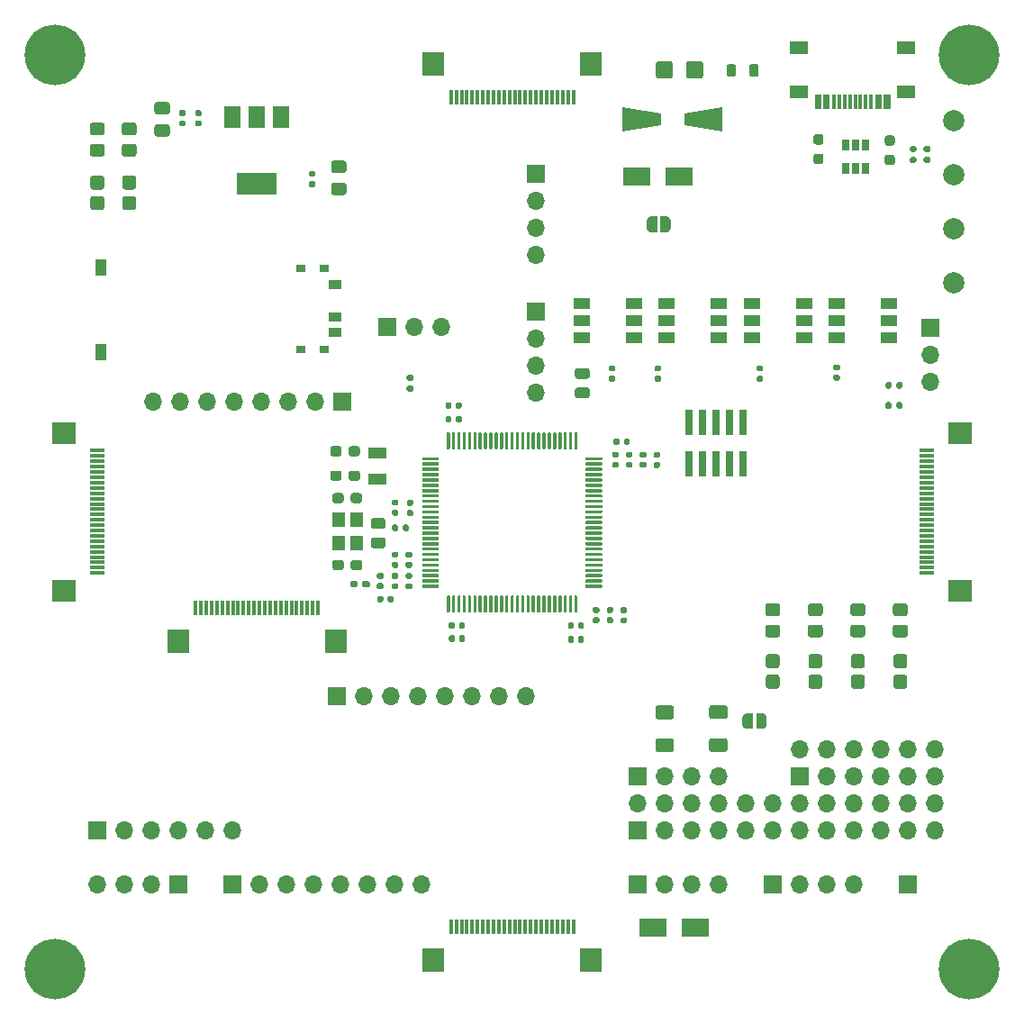
<source format=gbr>
%TF.GenerationSoftware,KiCad,Pcbnew,(5.1.9)-1*%
%TF.CreationDate,2021-03-02T10:58:18+01:00*%
%TF.ProjectId,Midular v2 Proto STM32F407VET6,4d696475-6c61-4722-9076-322050726f74,rev?*%
%TF.SameCoordinates,Original*%
%TF.FileFunction,Soldermask,Top*%
%TF.FilePolarity,Negative*%
%FSLAX46Y46*%
G04 Gerber Fmt 4.6, Leading zero omitted, Abs format (unit mm)*
G04 Created by KiCad (PCBNEW (5.1.9)-1) date 2021-03-02 10:58:18*
%MOMM*%
%LPD*%
G01*
G04 APERTURE LIST*
%ADD10O,1.700000X1.700000*%
%ADD11R,1.700000X1.700000*%
%ADD12C,5.700000*%
%ADD13C,0.100000*%
%ADD14R,1.800000X1.000000*%
%ADD15R,1.500000X1.000000*%
%ADD16R,0.650000X1.060000*%
%ADD17R,1.500000X2.000000*%
%ADD18R,3.800000X2.000000*%
%ADD19C,2.000000*%
%ADD20R,0.740000X2.400000*%
%ADD21R,1.400000X0.300000*%
%ADD22R,2.200000X2.000000*%
%ADD23R,0.300000X1.400000*%
%ADD24R,2.000000X2.200000*%
%ADD25R,1.800000X1.200000*%
%ADD26R,0.300000X1.450000*%
%ADD27R,2.500000X1.800000*%
%ADD28R,1.000000X1.500000*%
%ADD29R,0.900000X0.800000*%
%ADD30R,1.250000X0.900000*%
%ADD31R,1.200000X1.400000*%
G04 APERTURE END LIST*
%TO.C,R18*%
G36*
G01*
X10549999Y81600000D02*
X11450001Y81600000D01*
G75*
G02*
X11700000Y81350001I0J-249999D01*
G01*
X11700000Y80649999D01*
G75*
G02*
X11450001Y80400000I-249999J0D01*
G01*
X10549999Y80400000D01*
G75*
G02*
X10300000Y80649999I0J249999D01*
G01*
X10300000Y81350001D01*
G75*
G02*
X10549999Y81600000I249999J0D01*
G01*
G37*
G36*
G01*
X10549999Y83600000D02*
X11450001Y83600000D01*
G75*
G02*
X11700000Y83350001I0J-249999D01*
G01*
X11700000Y82649999D01*
G75*
G02*
X11450001Y82400000I-249999J0D01*
G01*
X10549999Y82400000D01*
G75*
G02*
X10300000Y82649999I0J249999D01*
G01*
X10300000Y83350001D01*
G75*
G02*
X10549999Y83600000I249999J0D01*
G01*
G37*
%TD*%
%TO.C,R17*%
G36*
G01*
X7549999Y83600000D02*
X8450001Y83600000D01*
G75*
G02*
X8700000Y83350001I0J-249999D01*
G01*
X8700000Y82649999D01*
G75*
G02*
X8450001Y82400000I-249999J0D01*
G01*
X7549999Y82400000D01*
G75*
G02*
X7300000Y82649999I0J249999D01*
G01*
X7300000Y83350001D01*
G75*
G02*
X7549999Y83600000I249999J0D01*
G01*
G37*
G36*
G01*
X7549999Y81600000D02*
X8450001Y81600000D01*
G75*
G02*
X8700000Y81350001I0J-249999D01*
G01*
X8700000Y80649999D01*
G75*
G02*
X8450001Y80400000I-249999J0D01*
G01*
X7549999Y80400000D01*
G75*
G02*
X7300000Y80649999I0J249999D01*
G01*
X7300000Y81350001D01*
G75*
G02*
X7549999Y81600000I249999J0D01*
G01*
G37*
%TD*%
%TO.C,D9*%
G36*
G01*
X11400000Y75375000D02*
X10600000Y75375000D01*
G75*
G02*
X10350000Y75625000I0J250000D01*
G01*
X10350000Y76450000D01*
G75*
G02*
X10600000Y76700000I250000J0D01*
G01*
X11400000Y76700000D01*
G75*
G02*
X11650000Y76450000I0J-250000D01*
G01*
X11650000Y75625000D01*
G75*
G02*
X11400000Y75375000I-250000J0D01*
G01*
G37*
G36*
G01*
X11400000Y77300000D02*
X10600000Y77300000D01*
G75*
G02*
X10350000Y77550000I0J250000D01*
G01*
X10350000Y78375000D01*
G75*
G02*
X10600000Y78625000I250000J0D01*
G01*
X11400000Y78625000D01*
G75*
G02*
X11650000Y78375000I0J-250000D01*
G01*
X11650000Y77550000D01*
G75*
G02*
X11400000Y77300000I-250000J0D01*
G01*
G37*
%TD*%
%TO.C,D8*%
G36*
G01*
X8400000Y75375000D02*
X7600000Y75375000D01*
G75*
G02*
X7350000Y75625000I0J250000D01*
G01*
X7350000Y76450000D01*
G75*
G02*
X7600000Y76700000I250000J0D01*
G01*
X8400000Y76700000D01*
G75*
G02*
X8650000Y76450000I0J-250000D01*
G01*
X8650000Y75625000D01*
G75*
G02*
X8400000Y75375000I-250000J0D01*
G01*
G37*
G36*
G01*
X8400000Y77300000D02*
X7600000Y77300000D01*
G75*
G02*
X7350000Y77550000I0J250000D01*
G01*
X7350000Y78375000D01*
G75*
G02*
X7600000Y78625000I250000J0D01*
G01*
X8400000Y78625000D01*
G75*
G02*
X8650000Y78375000I0J-250000D01*
G01*
X8650000Y77550000D01*
G75*
G02*
X8400000Y77300000I-250000J0D01*
G01*
G37*
%TD*%
D10*
%TO.C,J21*%
X86740000Y19620000D03*
X86740000Y17080000D03*
X84200000Y19620000D03*
X84200000Y17080000D03*
X81660000Y19620000D03*
X81660000Y17080000D03*
X79120000Y19620000D03*
X79120000Y17080000D03*
X76580000Y19620000D03*
X76580000Y17080000D03*
X74040000Y19620000D03*
X74040000Y17080000D03*
X71500000Y19620000D03*
X71500000Y17080000D03*
X68960000Y19620000D03*
X68960000Y17080000D03*
X66420000Y19620000D03*
X66420000Y17080000D03*
X63880000Y19620000D03*
X63880000Y17080000D03*
X61340000Y19620000D03*
X61340000Y17080000D03*
X58800000Y19620000D03*
D11*
X58800000Y17080000D03*
%TD*%
D10*
%TO.C,J20*%
X86740000Y24700000D03*
X86740000Y22160000D03*
X84200000Y24700000D03*
X84200000Y22160000D03*
X81660000Y24700000D03*
X81660000Y22160000D03*
X79120000Y24700000D03*
X79120000Y22160000D03*
X76580000Y24700000D03*
X76580000Y22160000D03*
X74040000Y24700000D03*
D11*
X74040000Y22160000D03*
%TD*%
%TO.C,R11*%
G36*
G01*
X75950001Y37200000D02*
X75049999Y37200000D01*
G75*
G02*
X74800000Y37449999I0J249999D01*
G01*
X74800000Y38150001D01*
G75*
G02*
X75049999Y38400000I249999J0D01*
G01*
X75950001Y38400000D01*
G75*
G02*
X76200000Y38150001I0J-249999D01*
G01*
X76200000Y37449999D01*
G75*
G02*
X75950001Y37200000I-249999J0D01*
G01*
G37*
G36*
G01*
X75950001Y35200000D02*
X75049999Y35200000D01*
G75*
G02*
X74800000Y35449999I0J249999D01*
G01*
X74800000Y36150001D01*
G75*
G02*
X75049999Y36400000I249999J0D01*
G01*
X75950001Y36400000D01*
G75*
G02*
X76200000Y36150001I0J-249999D01*
G01*
X76200000Y35449999D01*
G75*
G02*
X75950001Y35200000I-249999J0D01*
G01*
G37*
%TD*%
%TO.C,R10*%
G36*
G01*
X83950001Y37200000D02*
X83049999Y37200000D01*
G75*
G02*
X82800000Y37449999I0J249999D01*
G01*
X82800000Y38150001D01*
G75*
G02*
X83049999Y38400000I249999J0D01*
G01*
X83950001Y38400000D01*
G75*
G02*
X84200000Y38150001I0J-249999D01*
G01*
X84200000Y37449999D01*
G75*
G02*
X83950001Y37200000I-249999J0D01*
G01*
G37*
G36*
G01*
X83950001Y35200000D02*
X83049999Y35200000D01*
G75*
G02*
X82800000Y35449999I0J249999D01*
G01*
X82800000Y36150001D01*
G75*
G02*
X83049999Y36400000I249999J0D01*
G01*
X83950001Y36400000D01*
G75*
G02*
X84200000Y36150001I0J-249999D01*
G01*
X84200000Y35449999D01*
G75*
G02*
X83950001Y35200000I-249999J0D01*
G01*
G37*
%TD*%
%TO.C,R9*%
G36*
G01*
X79049999Y36400000D02*
X79950001Y36400000D01*
G75*
G02*
X80200000Y36150001I0J-249999D01*
G01*
X80200000Y35449999D01*
G75*
G02*
X79950001Y35200000I-249999J0D01*
G01*
X79049999Y35200000D01*
G75*
G02*
X78800000Y35449999I0J249999D01*
G01*
X78800000Y36150001D01*
G75*
G02*
X79049999Y36400000I249999J0D01*
G01*
G37*
G36*
G01*
X79049999Y38400000D02*
X79950001Y38400000D01*
G75*
G02*
X80200000Y38150001I0J-249999D01*
G01*
X80200000Y37449999D01*
G75*
G02*
X79950001Y37200000I-249999J0D01*
G01*
X79049999Y37200000D01*
G75*
G02*
X78800000Y37449999I0J249999D01*
G01*
X78800000Y38150001D01*
G75*
G02*
X79049999Y38400000I249999J0D01*
G01*
G37*
%TD*%
%TO.C,R8*%
G36*
G01*
X71049999Y36400000D02*
X71950001Y36400000D01*
G75*
G02*
X72200000Y36150001I0J-249999D01*
G01*
X72200000Y35449999D01*
G75*
G02*
X71950001Y35200000I-249999J0D01*
G01*
X71049999Y35200000D01*
G75*
G02*
X70800000Y35449999I0J249999D01*
G01*
X70800000Y36150001D01*
G75*
G02*
X71049999Y36400000I249999J0D01*
G01*
G37*
G36*
G01*
X71049999Y38400000D02*
X71950001Y38400000D01*
G75*
G02*
X72200000Y38150001I0J-249999D01*
G01*
X72200000Y37449999D01*
G75*
G02*
X71950001Y37200000I-249999J0D01*
G01*
X71049999Y37200000D01*
G75*
G02*
X70800000Y37449999I0J249999D01*
G01*
X70800000Y38150001D01*
G75*
G02*
X71049999Y38400000I249999J0D01*
G01*
G37*
%TD*%
%TO.C,R16*%
G36*
G01*
X75562500Y80675000D02*
X76037500Y80675000D01*
G75*
G02*
X76275000Y80437500I0J-237500D01*
G01*
X76275000Y79937500D01*
G75*
G02*
X76037500Y79700000I-237500J0D01*
G01*
X75562500Y79700000D01*
G75*
G02*
X75325000Y79937500I0J237500D01*
G01*
X75325000Y80437500D01*
G75*
G02*
X75562500Y80675000I237500J0D01*
G01*
G37*
G36*
G01*
X75562500Y82500000D02*
X76037500Y82500000D01*
G75*
G02*
X76275000Y82262500I0J-237500D01*
G01*
X76275000Y81762500D01*
G75*
G02*
X76037500Y81525000I-237500J0D01*
G01*
X75562500Y81525000D01*
G75*
G02*
X75325000Y81762500I0J237500D01*
G01*
X75325000Y82262500D01*
G75*
G02*
X75562500Y82500000I237500J0D01*
G01*
G37*
%TD*%
%TO.C,R15*%
G36*
G01*
X82262500Y80575000D02*
X82737500Y80575000D01*
G75*
G02*
X82975000Y80337500I0J-237500D01*
G01*
X82975000Y79837500D01*
G75*
G02*
X82737500Y79600000I-237500J0D01*
G01*
X82262500Y79600000D01*
G75*
G02*
X82025000Y79837500I0J237500D01*
G01*
X82025000Y80337500D01*
G75*
G02*
X82262500Y80575000I237500J0D01*
G01*
G37*
G36*
G01*
X82262500Y82400000D02*
X82737500Y82400000D01*
G75*
G02*
X82975000Y82162500I0J-237500D01*
G01*
X82975000Y81662500D01*
G75*
G02*
X82737500Y81425000I-237500J0D01*
G01*
X82262500Y81425000D01*
G75*
G02*
X82025000Y81662500I0J237500D01*
G01*
X82025000Y82162500D01*
G75*
G02*
X82262500Y82400000I237500J0D01*
G01*
G37*
%TD*%
D12*
%TO.C,H4*%
X90000000Y4000000D03*
%TD*%
%TO.C,H3*%
X4000000Y4000000D03*
%TD*%
%TO.C,H2*%
X90000000Y90000000D03*
%TD*%
%TO.C,H1*%
X4000000Y90000000D03*
%TD*%
%TO.C,C14*%
G36*
G01*
X13625000Y85525000D02*
X14575000Y85525000D01*
G75*
G02*
X14825000Y85275000I0J-250000D01*
G01*
X14825000Y84600000D01*
G75*
G02*
X14575000Y84350000I-250000J0D01*
G01*
X13625000Y84350000D01*
G75*
G02*
X13375000Y84600000I0J250000D01*
G01*
X13375000Y85275000D01*
G75*
G02*
X13625000Y85525000I250000J0D01*
G01*
G37*
G36*
G01*
X13625000Y83450000D02*
X14575000Y83450000D01*
G75*
G02*
X14825000Y83200000I0J-250000D01*
G01*
X14825000Y82525000D01*
G75*
G02*
X14575000Y82275000I-250000J0D01*
G01*
X13625000Y82275000D01*
G75*
G02*
X13375000Y82525000I0J250000D01*
G01*
X13375000Y83200000D01*
G75*
G02*
X13625000Y83450000I250000J0D01*
G01*
G37*
%TD*%
D11*
%TO.C,J18*%
X84200000Y12000000D03*
%TD*%
D10*
%TO.C,J1*%
X86300000Y59220000D03*
X86300000Y61760000D03*
D11*
X86300000Y64300000D03*
%TD*%
%TO.C,R14*%
G36*
G01*
X86185000Y80840000D02*
X85815000Y80840000D01*
G75*
G02*
X85680000Y80975000I0J135000D01*
G01*
X85680000Y81245000D01*
G75*
G02*
X85815000Y81380000I135000J0D01*
G01*
X86185000Y81380000D01*
G75*
G02*
X86320000Y81245000I0J-135000D01*
G01*
X86320000Y80975000D01*
G75*
G02*
X86185000Y80840000I-135000J0D01*
G01*
G37*
G36*
G01*
X86185000Y79820000D02*
X85815000Y79820000D01*
G75*
G02*
X85680000Y79955000I0J135000D01*
G01*
X85680000Y80225000D01*
G75*
G02*
X85815000Y80360000I135000J0D01*
G01*
X86185000Y80360000D01*
G75*
G02*
X86320000Y80225000I0J-135000D01*
G01*
X86320000Y79955000D01*
G75*
G02*
X86185000Y79820000I-135000J0D01*
G01*
G37*
%TD*%
%TO.C,R13*%
G36*
G01*
X84515000Y80360000D02*
X84885000Y80360000D01*
G75*
G02*
X85020000Y80225000I0J-135000D01*
G01*
X85020000Y79955000D01*
G75*
G02*
X84885000Y79820000I-135000J0D01*
G01*
X84515000Y79820000D01*
G75*
G02*
X84380000Y79955000I0J135000D01*
G01*
X84380000Y80225000D01*
G75*
G02*
X84515000Y80360000I135000J0D01*
G01*
G37*
G36*
G01*
X84515000Y81380000D02*
X84885000Y81380000D01*
G75*
G02*
X85020000Y81245000I0J-135000D01*
G01*
X85020000Y80975000D01*
G75*
G02*
X84885000Y80840000I-135000J0D01*
G01*
X84515000Y80840000D01*
G75*
G02*
X84380000Y80975000I0J135000D01*
G01*
X84380000Y81245000D01*
G75*
G02*
X84515000Y81380000I135000J0D01*
G01*
G37*
%TD*%
%TO.C,R4*%
G36*
G01*
X82660000Y59085000D02*
X82660000Y58715000D01*
G75*
G02*
X82525000Y58580000I-135000J0D01*
G01*
X82255000Y58580000D01*
G75*
G02*
X82120000Y58715000I0J135000D01*
G01*
X82120000Y59085000D01*
G75*
G02*
X82255000Y59220000I135000J0D01*
G01*
X82525000Y59220000D01*
G75*
G02*
X82660000Y59085000I0J-135000D01*
G01*
G37*
G36*
G01*
X83680000Y59085000D02*
X83680000Y58715000D01*
G75*
G02*
X83545000Y58580000I-135000J0D01*
G01*
X83275000Y58580000D01*
G75*
G02*
X83140000Y58715000I0J135000D01*
G01*
X83140000Y59085000D01*
G75*
G02*
X83275000Y59220000I135000J0D01*
G01*
X83545000Y59220000D01*
G75*
G02*
X83680000Y59085000I0J-135000D01*
G01*
G37*
%TD*%
%TO.C,R3*%
G36*
G01*
X83140000Y56815000D02*
X83140000Y57185000D01*
G75*
G02*
X83275000Y57320000I135000J0D01*
G01*
X83545000Y57320000D01*
G75*
G02*
X83680000Y57185000I0J-135000D01*
G01*
X83680000Y56815000D01*
G75*
G02*
X83545000Y56680000I-135000J0D01*
G01*
X83275000Y56680000D01*
G75*
G02*
X83140000Y56815000I0J135000D01*
G01*
G37*
G36*
G01*
X82120000Y56815000D02*
X82120000Y57185000D01*
G75*
G02*
X82255000Y57320000I135000J0D01*
G01*
X82525000Y57320000D01*
G75*
G02*
X82660000Y57185000I0J-135000D01*
G01*
X82660000Y56815000D01*
G75*
G02*
X82525000Y56680000I-135000J0D01*
G01*
X82255000Y56680000D01*
G75*
G02*
X82120000Y56815000I0J135000D01*
G01*
G37*
%TD*%
D10*
%TO.C,JP3*%
X40380000Y64400000D03*
X37840000Y64400000D03*
D11*
X35300000Y64400000D03*
%TD*%
D13*
%TO.C,JP1*%
G36*
X69146000Y26586602D02*
G01*
X69121466Y26586602D01*
X69072635Y26591412D01*
X69024510Y26600984D01*
X68977555Y26615228D01*
X68932222Y26634005D01*
X68888949Y26657136D01*
X68848150Y26684396D01*
X68810221Y26715524D01*
X68775524Y26750221D01*
X68744396Y26788150D01*
X68717136Y26828949D01*
X68694005Y26872222D01*
X68675228Y26917555D01*
X68660984Y26964510D01*
X68651412Y27012635D01*
X68646602Y27061466D01*
X68646602Y27086000D01*
X68646000Y27086000D01*
X68646000Y27586000D01*
X68646602Y27586000D01*
X68646602Y27610534D01*
X68651412Y27659365D01*
X68660984Y27707490D01*
X68675228Y27754445D01*
X68694005Y27799778D01*
X68717136Y27843051D01*
X68744396Y27883850D01*
X68775524Y27921779D01*
X68810221Y27956476D01*
X68848150Y27987604D01*
X68888949Y28014864D01*
X68932222Y28037995D01*
X68977555Y28056772D01*
X69024510Y28071016D01*
X69072635Y28080588D01*
X69121466Y28085398D01*
X69146000Y28085398D01*
X69146000Y28086000D01*
X69646000Y28086000D01*
X69646000Y26586000D01*
X69146000Y26586000D01*
X69146000Y26586602D01*
G37*
G36*
X69946000Y28086000D02*
G01*
X70446000Y28086000D01*
X70446000Y28085398D01*
X70470534Y28085398D01*
X70519365Y28080588D01*
X70567490Y28071016D01*
X70614445Y28056772D01*
X70659778Y28037995D01*
X70703051Y28014864D01*
X70743850Y27987604D01*
X70781779Y27956476D01*
X70816476Y27921779D01*
X70847604Y27883850D01*
X70874864Y27843051D01*
X70897995Y27799778D01*
X70916772Y27754445D01*
X70931016Y27707490D01*
X70940588Y27659365D01*
X70945398Y27610534D01*
X70945398Y27586000D01*
X70946000Y27586000D01*
X70946000Y27086000D01*
X70945398Y27086000D01*
X70945398Y27061466D01*
X70940588Y27012635D01*
X70931016Y26964510D01*
X70916772Y26917555D01*
X70897995Y26872222D01*
X70874864Y26828949D01*
X70847604Y26788150D01*
X70816476Y26750221D01*
X70781779Y26715524D01*
X70743850Y26684396D01*
X70703051Y26657136D01*
X70659778Y26634005D01*
X70614445Y26615228D01*
X70567490Y26600984D01*
X70519365Y26591412D01*
X70470534Y26586602D01*
X70446000Y26586602D01*
X70446000Y26586000D01*
X69946000Y26586000D01*
X69946000Y28086000D01*
G37*
%TD*%
%TO.C,D4*%
G36*
G01*
X75900000Y32300000D02*
X75100000Y32300000D01*
G75*
G02*
X74850000Y32550000I0J250000D01*
G01*
X74850000Y33375000D01*
G75*
G02*
X75100000Y33625000I250000J0D01*
G01*
X75900000Y33625000D01*
G75*
G02*
X76150000Y33375000I0J-250000D01*
G01*
X76150000Y32550000D01*
G75*
G02*
X75900000Y32300000I-250000J0D01*
G01*
G37*
G36*
G01*
X75900000Y30375000D02*
X75100000Y30375000D01*
G75*
G02*
X74850000Y30625000I0J250000D01*
G01*
X74850000Y31450000D01*
G75*
G02*
X75100000Y31700000I250000J0D01*
G01*
X75900000Y31700000D01*
G75*
G02*
X76150000Y31450000I0J-250000D01*
G01*
X76150000Y30625000D01*
G75*
G02*
X75900000Y30375000I-250000J0D01*
G01*
G37*
%TD*%
%TO.C,D3*%
G36*
G01*
X83900000Y32300000D02*
X83100000Y32300000D01*
G75*
G02*
X82850000Y32550000I0J250000D01*
G01*
X82850000Y33375000D01*
G75*
G02*
X83100000Y33625000I250000J0D01*
G01*
X83900000Y33625000D01*
G75*
G02*
X84150000Y33375000I0J-250000D01*
G01*
X84150000Y32550000D01*
G75*
G02*
X83900000Y32300000I-250000J0D01*
G01*
G37*
G36*
G01*
X83900000Y30375000D02*
X83100000Y30375000D01*
G75*
G02*
X82850000Y30625000I0J250000D01*
G01*
X82850000Y31450000D01*
G75*
G02*
X83100000Y31700000I250000J0D01*
G01*
X83900000Y31700000D01*
G75*
G02*
X84150000Y31450000I0J-250000D01*
G01*
X84150000Y30625000D01*
G75*
G02*
X83900000Y30375000I-250000J0D01*
G01*
G37*
%TD*%
%TO.C,D2*%
G36*
G01*
X79900000Y30375000D02*
X79100000Y30375000D01*
G75*
G02*
X78850000Y30625000I0J250000D01*
G01*
X78850000Y31450000D01*
G75*
G02*
X79100000Y31700000I250000J0D01*
G01*
X79900000Y31700000D01*
G75*
G02*
X80150000Y31450000I0J-250000D01*
G01*
X80150000Y30625000D01*
G75*
G02*
X79900000Y30375000I-250000J0D01*
G01*
G37*
G36*
G01*
X79900000Y32300000D02*
X79100000Y32300000D01*
G75*
G02*
X78850000Y32550000I0J250000D01*
G01*
X78850000Y33375000D01*
G75*
G02*
X79100000Y33625000I250000J0D01*
G01*
X79900000Y33625000D01*
G75*
G02*
X80150000Y33375000I0J-250000D01*
G01*
X80150000Y32550000D01*
G75*
G02*
X79900000Y32300000I-250000J0D01*
G01*
G37*
%TD*%
%TO.C,D1*%
G36*
G01*
X71900000Y32300000D02*
X71100000Y32300000D01*
G75*
G02*
X70850000Y32550000I0J250000D01*
G01*
X70850000Y33375000D01*
G75*
G02*
X71100000Y33625000I250000J0D01*
G01*
X71900000Y33625000D01*
G75*
G02*
X72150000Y33375000I0J-250000D01*
G01*
X72150000Y32550000D01*
G75*
G02*
X71900000Y32300000I-250000J0D01*
G01*
G37*
G36*
G01*
X71900000Y30375000D02*
X71100000Y30375000D01*
G75*
G02*
X70850000Y30625000I0J250000D01*
G01*
X70850000Y31450000D01*
G75*
G02*
X71100000Y31700000I250000J0D01*
G01*
X71900000Y31700000D01*
G75*
G02*
X72150000Y31450000I0J-250000D01*
G01*
X72150000Y30625000D01*
G75*
G02*
X71900000Y30375000I-250000J0D01*
G01*
G37*
%TD*%
%TO.C,C3*%
G36*
G01*
X30975000Y52937500D02*
X30975000Y52462500D01*
G75*
G02*
X30737500Y52225000I-237500J0D01*
G01*
X30137500Y52225000D01*
G75*
G02*
X29900000Y52462500I0J237500D01*
G01*
X29900000Y52937500D01*
G75*
G02*
X30137500Y53175000I237500J0D01*
G01*
X30737500Y53175000D01*
G75*
G02*
X30975000Y52937500I0J-237500D01*
G01*
G37*
G36*
G01*
X32700000Y52937500D02*
X32700000Y52462500D01*
G75*
G02*
X32462500Y52225000I-237500J0D01*
G01*
X31862500Y52225000D01*
G75*
G02*
X31625000Y52462500I0J237500D01*
G01*
X31625000Y52937500D01*
G75*
G02*
X31862500Y53175000I237500J0D01*
G01*
X32462500Y53175000D01*
G75*
G02*
X32700000Y52937500I0J-237500D01*
G01*
G37*
%TD*%
D14*
%TO.C,Y2*%
X34300000Y52550000D03*
X34300000Y50050000D03*
%TD*%
%TO.C,C21*%
G36*
G01*
X37230000Y47180000D02*
X37570000Y47180000D01*
G75*
G02*
X37710000Y47040000I0J-140000D01*
G01*
X37710000Y46760000D01*
G75*
G02*
X37570000Y46620000I-140000J0D01*
G01*
X37230000Y46620000D01*
G75*
G02*
X37090000Y46760000I0J140000D01*
G01*
X37090000Y47040000D01*
G75*
G02*
X37230000Y47180000I140000J0D01*
G01*
G37*
G36*
G01*
X37230000Y48140000D02*
X37570000Y48140000D01*
G75*
G02*
X37710000Y48000000I0J-140000D01*
G01*
X37710000Y47720000D01*
G75*
G02*
X37570000Y47580000I-140000J0D01*
G01*
X37230000Y47580000D01*
G75*
G02*
X37090000Y47720000I0J140000D01*
G01*
X37090000Y48000000D01*
G75*
G02*
X37230000Y48140000I140000J0D01*
G01*
G37*
%TD*%
%TO.C,R12*%
G36*
G01*
X53149998Y58700000D02*
X54050002Y58700000D01*
G75*
G02*
X54300000Y58450002I0J-249998D01*
G01*
X54300000Y57924998D01*
G75*
G02*
X54050002Y57675000I-249998J0D01*
G01*
X53149998Y57675000D01*
G75*
G02*
X52900000Y57924998I0J249998D01*
G01*
X52900000Y58450002D01*
G75*
G02*
X53149998Y58700000I249998J0D01*
G01*
G37*
G36*
G01*
X53149998Y60525000D02*
X54050002Y60525000D01*
G75*
G02*
X54300000Y60275002I0J-249998D01*
G01*
X54300000Y59749998D01*
G75*
G02*
X54050002Y59500000I-249998J0D01*
G01*
X53149998Y59500000D01*
G75*
G02*
X52900000Y59749998I0J249998D01*
G01*
X52900000Y60275002D01*
G75*
G02*
X53149998Y60525000I249998J0D01*
G01*
G37*
%TD*%
D10*
%TO.C,J16*%
X20700000Y17080000D03*
X18160000Y17080000D03*
X15620000Y17080000D03*
X13080000Y17080000D03*
X10540000Y17080000D03*
D11*
X8000000Y17080000D03*
%TD*%
D10*
%TO.C,J13*%
X79120000Y12000000D03*
X76580000Y12000000D03*
X74040000Y12000000D03*
D11*
X71500000Y12000000D03*
%TD*%
D10*
%TO.C,J15*%
X48280000Y29650000D03*
X45740000Y29650000D03*
X43200000Y29650000D03*
X40660000Y29650000D03*
X38120000Y29650000D03*
X35580000Y29650000D03*
X33040000Y29650000D03*
D11*
X30500000Y29650000D03*
%TD*%
D15*
%TO.C,WS4*%
X77550000Y66600000D03*
X77550000Y65000000D03*
X77550000Y63400000D03*
X82450000Y66600000D03*
X82450000Y65000000D03*
X82450000Y63400000D03*
%TD*%
%TO.C,WS3*%
X69550000Y66600000D03*
X69550000Y65000000D03*
X69550000Y63400000D03*
X74450000Y66600000D03*
X74450000Y65000000D03*
X74450000Y63400000D03*
%TD*%
%TO.C,WS2*%
X61550000Y66600000D03*
X61550000Y65000000D03*
X61550000Y63400000D03*
X66450000Y66600000D03*
X66450000Y65000000D03*
X66450000Y63400000D03*
%TD*%
%TO.C,WS1*%
X53550000Y66600000D03*
X53550000Y65000000D03*
X53550000Y63400000D03*
X58450000Y66600000D03*
X58450000Y65000000D03*
X58450000Y63400000D03*
%TD*%
D16*
%TO.C,U3*%
X79300000Y79300000D03*
X80250000Y79300000D03*
X78350000Y79300000D03*
X78350000Y81500000D03*
X79300000Y81500000D03*
X80250000Y81500000D03*
%TD*%
D17*
%TO.C,U2*%
X25300000Y84150000D03*
X20700000Y84150000D03*
X23000000Y84150000D03*
D18*
X23000000Y77850000D03*
%TD*%
D19*
%TO.C,TP4*%
X88500000Y83740000D03*
%TD*%
%TO.C,TP3*%
X88500000Y73580000D03*
%TD*%
%TO.C,TP2*%
X88500000Y78660000D03*
%TD*%
%TO.C,TP1*%
X88500000Y68500000D03*
%TD*%
%TO.C,R7*%
G36*
G01*
X65764999Y25720000D02*
X67015001Y25720000D01*
G75*
G02*
X67265000Y25470001I0J-249999D01*
G01*
X67265000Y24669999D01*
G75*
G02*
X67015001Y24420000I-249999J0D01*
G01*
X65764999Y24420000D01*
G75*
G02*
X65515000Y24669999I0J249999D01*
G01*
X65515000Y25470001D01*
G75*
G02*
X65764999Y25720000I249999J0D01*
G01*
G37*
G36*
G01*
X65764999Y28820000D02*
X67015001Y28820000D01*
G75*
G02*
X67265000Y28570001I0J-249999D01*
G01*
X67265000Y27769999D01*
G75*
G02*
X67015001Y27520000I-249999J0D01*
G01*
X65764999Y27520000D01*
G75*
G02*
X65515000Y27769999I0J249999D01*
G01*
X65515000Y28570001D01*
G75*
G02*
X65764999Y28820000I249999J0D01*
G01*
G37*
%TD*%
%TO.C,R5*%
G36*
G01*
X61965001Y27510000D02*
X60714999Y27510000D01*
G75*
G02*
X60465000Y27759999I0J249999D01*
G01*
X60465000Y28560001D01*
G75*
G02*
X60714999Y28810000I249999J0D01*
G01*
X61965001Y28810000D01*
G75*
G02*
X62215000Y28560001I0J-249999D01*
G01*
X62215000Y27759999D01*
G75*
G02*
X61965001Y27510000I-249999J0D01*
G01*
G37*
G36*
G01*
X61965001Y24410000D02*
X60714999Y24410000D01*
G75*
G02*
X60465000Y24659999I0J249999D01*
G01*
X60465000Y25460001D01*
G75*
G02*
X60714999Y25710000I249999J0D01*
G01*
X61965001Y25710000D01*
G75*
G02*
X62215000Y25460001I0J-249999D01*
G01*
X62215000Y24659999D01*
G75*
G02*
X61965001Y24410000I-249999J0D01*
G01*
G37*
%TD*%
%TO.C,L1*%
G36*
G01*
X34427500Y40310000D02*
X34772500Y40310000D01*
G75*
G02*
X34920000Y40162500I0J-147500D01*
G01*
X34920000Y39867500D01*
G75*
G02*
X34772500Y39720000I-147500J0D01*
G01*
X34427500Y39720000D01*
G75*
G02*
X34280000Y39867500I0J147500D01*
G01*
X34280000Y40162500D01*
G75*
G02*
X34427500Y40310000I147500J0D01*
G01*
G37*
G36*
G01*
X34427500Y41280000D02*
X34772500Y41280000D01*
G75*
G02*
X34920000Y41132500I0J-147500D01*
G01*
X34920000Y40837500D01*
G75*
G02*
X34772500Y40690000I-147500J0D01*
G01*
X34427500Y40690000D01*
G75*
G02*
X34280000Y40837500I0J147500D01*
G01*
X34280000Y41132500D01*
G75*
G02*
X34427500Y41280000I147500J0D01*
G01*
G37*
%TD*%
D13*
%TO.C,JP2*%
G36*
X60930000Y74790000D02*
G01*
X61430000Y74790000D01*
X61430000Y74789398D01*
X61454534Y74789398D01*
X61503365Y74784588D01*
X61551490Y74775016D01*
X61598445Y74760772D01*
X61643778Y74741995D01*
X61687051Y74718864D01*
X61727850Y74691604D01*
X61765779Y74660476D01*
X61800476Y74625779D01*
X61831604Y74587850D01*
X61858864Y74547051D01*
X61881995Y74503778D01*
X61900772Y74458445D01*
X61915016Y74411490D01*
X61924588Y74363365D01*
X61929398Y74314534D01*
X61929398Y74290000D01*
X61930000Y74290000D01*
X61930000Y73790000D01*
X61929398Y73790000D01*
X61929398Y73765466D01*
X61924588Y73716635D01*
X61915016Y73668510D01*
X61900772Y73621555D01*
X61881995Y73576222D01*
X61858864Y73532949D01*
X61831604Y73492150D01*
X61800476Y73454221D01*
X61765779Y73419524D01*
X61727850Y73388396D01*
X61687051Y73361136D01*
X61643778Y73338005D01*
X61598445Y73319228D01*
X61551490Y73304984D01*
X61503365Y73295412D01*
X61454534Y73290602D01*
X61430000Y73290602D01*
X61430000Y73290000D01*
X60930000Y73290000D01*
X60930000Y74790000D01*
G37*
G36*
X60130000Y73290602D02*
G01*
X60105466Y73290602D01*
X60056635Y73295412D01*
X60008510Y73304984D01*
X59961555Y73319228D01*
X59916222Y73338005D01*
X59872949Y73361136D01*
X59832150Y73388396D01*
X59794221Y73419524D01*
X59759524Y73454221D01*
X59728396Y73492150D01*
X59701136Y73532949D01*
X59678005Y73576222D01*
X59659228Y73621555D01*
X59644984Y73668510D01*
X59635412Y73716635D01*
X59630602Y73765466D01*
X59630602Y73790000D01*
X59630000Y73790000D01*
X59630000Y74290000D01*
X59630602Y74290000D01*
X59630602Y74314534D01*
X59635412Y74363365D01*
X59644984Y74411490D01*
X59659228Y74458445D01*
X59678005Y74503778D01*
X59701136Y74547051D01*
X59728396Y74587850D01*
X59759524Y74625779D01*
X59794221Y74660476D01*
X59832150Y74691604D01*
X59872949Y74718864D01*
X59916222Y74741995D01*
X59961555Y74760772D01*
X60008510Y74775016D01*
X60056635Y74784588D01*
X60105466Y74789398D01*
X60130000Y74789398D01*
X60130000Y74790000D01*
X60630000Y74790000D01*
X60630000Y73290000D01*
X60130000Y73290000D01*
X60130000Y73290602D01*
G37*
%TD*%
D20*
%TO.C,J19*%
X68740000Y55450000D03*
X68740000Y51550000D03*
X67470000Y55450000D03*
X67470000Y51550000D03*
X66200000Y55450000D03*
X66200000Y51550000D03*
X64930000Y55450000D03*
X64930000Y51550000D03*
X63660000Y55450000D03*
X63660000Y51550000D03*
%TD*%
D10*
%TO.C,J17*%
X8000000Y12000000D03*
X10540000Y12000000D03*
X13080000Y12000000D03*
D11*
X15620000Y12000000D03*
%TD*%
D10*
%TO.C,J14*%
X38480000Y12000000D03*
X35940000Y12000000D03*
X33400000Y12000000D03*
X30860000Y12000000D03*
X28320000Y12000000D03*
X25780000Y12000000D03*
X23240000Y12000000D03*
D11*
X20700000Y12000000D03*
%TD*%
D10*
%TO.C,J12*%
X49200000Y71180000D03*
X49200000Y73720000D03*
X49200000Y76260000D03*
D11*
X49200000Y78800000D03*
%TD*%
D10*
%TO.C,J11*%
X66420000Y22160000D03*
X63880000Y22160000D03*
X61340000Y22160000D03*
D11*
X58800000Y22160000D03*
%TD*%
D10*
%TO.C,J10*%
X66420000Y12000000D03*
X63880000Y12000000D03*
X61340000Y12000000D03*
D11*
X58800000Y12000000D03*
%TD*%
D10*
%TO.C,J9*%
X13220000Y57400000D03*
X15760000Y57400000D03*
X18300000Y57400000D03*
X20840000Y57400000D03*
X23380000Y57400000D03*
X25920000Y57400000D03*
X28460000Y57400000D03*
D11*
X31000000Y57400000D03*
%TD*%
D10*
%TO.C,J8*%
X49200000Y58180000D03*
X49200000Y60720000D03*
X49200000Y63260000D03*
D11*
X49200000Y65800000D03*
%TD*%
D21*
%TO.C,J7*%
X86000000Y41250000D03*
X86000000Y41750000D03*
X86000000Y42250000D03*
X86000000Y42750000D03*
X86000000Y43250000D03*
X86000000Y43750000D03*
X86000000Y44250000D03*
X86000000Y44750000D03*
X86000000Y45250000D03*
X86000000Y45750000D03*
X86000000Y46250000D03*
X86000000Y46750000D03*
X86000000Y47250000D03*
X86000000Y47750000D03*
X86000000Y48250000D03*
X86000000Y48750000D03*
X86000000Y49250000D03*
X86000000Y49750000D03*
X86000000Y50250000D03*
X86000000Y50750000D03*
X86000000Y51250000D03*
X86000000Y51750000D03*
X86000000Y52250000D03*
X86000000Y52750000D03*
D22*
X89150000Y39600000D03*
X89150000Y54400000D03*
%TD*%
D23*
%TO.C,J6*%
X41250000Y8000000D03*
X41750000Y8000000D03*
X42250000Y8000000D03*
X42750000Y8000000D03*
X43250000Y8000000D03*
X43750000Y8000000D03*
X44250000Y8000000D03*
X44750000Y8000000D03*
X45250000Y8000000D03*
X45750000Y8000000D03*
X46250000Y8000000D03*
X46750000Y8000000D03*
X47250000Y8000000D03*
X47750000Y8000000D03*
X48250000Y8000000D03*
X48750000Y8000000D03*
X49250000Y8000000D03*
X49750000Y8000000D03*
X50250000Y8000000D03*
X50750000Y8000000D03*
X51250000Y8000000D03*
X51750000Y8000000D03*
X52250000Y8000000D03*
X52750000Y8000000D03*
D24*
X39600000Y4850000D03*
X54400000Y4850000D03*
%TD*%
D21*
%TO.C,J5*%
X8000000Y52750000D03*
X8000000Y52250000D03*
X8000000Y51750000D03*
X8000000Y51250000D03*
X8000000Y50750000D03*
X8000000Y50250000D03*
X8000000Y49750000D03*
X8000000Y49250000D03*
X8000000Y48750000D03*
X8000000Y48250000D03*
X8000000Y47750000D03*
X8000000Y47250000D03*
X8000000Y46750000D03*
X8000000Y46250000D03*
X8000000Y45750000D03*
X8000000Y45250000D03*
X8000000Y44750000D03*
X8000000Y44250000D03*
X8000000Y43750000D03*
X8000000Y43250000D03*
X8000000Y42750000D03*
X8000000Y42250000D03*
X8000000Y41750000D03*
X8000000Y41250000D03*
D22*
X4850000Y54400000D03*
X4850000Y39600000D03*
%TD*%
D23*
%TO.C,J4*%
X52750000Y86000000D03*
X52250000Y86000000D03*
X51750000Y86000000D03*
X51250000Y86000000D03*
X50750000Y86000000D03*
X50250000Y86000000D03*
X49750000Y86000000D03*
X49250000Y86000000D03*
X48750000Y86000000D03*
X48250000Y86000000D03*
X47750000Y86000000D03*
X47250000Y86000000D03*
X46750000Y86000000D03*
X46250000Y86000000D03*
X45750000Y86000000D03*
X45250000Y86000000D03*
X44750000Y86000000D03*
X44250000Y86000000D03*
X43750000Y86000000D03*
X43250000Y86000000D03*
X42750000Y86000000D03*
X42250000Y86000000D03*
X41750000Y86000000D03*
X41250000Y86000000D03*
D24*
X54400000Y89150000D03*
X39600000Y89150000D03*
%TD*%
D23*
%TO.C,J3*%
X17250000Y38000000D03*
X17750000Y38000000D03*
X18250000Y38000000D03*
X18750000Y38000000D03*
X19250000Y38000000D03*
X19750000Y38000000D03*
X20250000Y38000000D03*
X20750000Y38000000D03*
X21250000Y38000000D03*
X21750000Y38000000D03*
X22250000Y38000000D03*
X22750000Y38000000D03*
X23250000Y38000000D03*
X23750000Y38000000D03*
X24250000Y38000000D03*
X24750000Y38000000D03*
X25250000Y38000000D03*
X25750000Y38000000D03*
X26250000Y38000000D03*
X26750000Y38000000D03*
X27250000Y38000000D03*
X27750000Y38000000D03*
X28250000Y38000000D03*
X28750000Y38000000D03*
D24*
X15600000Y34850000D03*
X30400000Y34850000D03*
%TD*%
D25*
%TO.C,J2*%
X73930000Y90650000D03*
X84070000Y90650000D03*
X73930000Y86470000D03*
X84070000Y86470000D03*
D26*
X82100000Y85555000D03*
X81300000Y85554000D03*
X80750000Y85554000D03*
X79750000Y85554000D03*
X78250000Y85554000D03*
X77250000Y85554000D03*
X76700000Y85554000D03*
X75925000Y85554000D03*
X75625000Y85554000D03*
X76400000Y85555000D03*
X77750000Y85554000D03*
X78750000Y85554000D03*
X79250000Y85554000D03*
X80250000Y85554000D03*
X81600000Y85554000D03*
X82400000Y85554000D03*
%TD*%
%TO.C,FB1*%
G36*
G01*
X69295000Y88118750D02*
X69295000Y88881250D01*
G75*
G02*
X69513750Y89100000I218750J0D01*
G01*
X69951250Y89100000D01*
G75*
G02*
X70170000Y88881250I0J-218750D01*
G01*
X70170000Y88118750D01*
G75*
G02*
X69951250Y87900000I-218750J0D01*
G01*
X69513750Y87900000D01*
G75*
G02*
X69295000Y88118750I0J218750D01*
G01*
G37*
G36*
G01*
X67170000Y88118750D02*
X67170000Y88881250D01*
G75*
G02*
X67388750Y89100000I218750J0D01*
G01*
X67826250Y89100000D01*
G75*
G02*
X68045000Y88881250I0J-218750D01*
G01*
X68045000Y88118750D01*
G75*
G02*
X67826250Y87900000I-218750J0D01*
G01*
X67388750Y87900000D01*
G75*
G02*
X67170000Y88118750I0J218750D01*
G01*
G37*
%TD*%
%TO.C,F1*%
G36*
G01*
X63355000Y87975000D02*
X63355000Y89125000D01*
G75*
G02*
X63605000Y89375000I250000J0D01*
G01*
X64705000Y89375000D01*
G75*
G02*
X64955000Y89125000I0J-250000D01*
G01*
X64955000Y87975000D01*
G75*
G02*
X64705000Y87725000I-250000J0D01*
G01*
X63605000Y87725000D01*
G75*
G02*
X63355000Y87975000I0J250000D01*
G01*
G37*
G36*
G01*
X60505000Y87975000D02*
X60505000Y89125000D01*
G75*
G02*
X60755000Y89375000I250000J0D01*
G01*
X61855000Y89375000D01*
G75*
G02*
X62105000Y89125000I0J-250000D01*
G01*
X62105000Y87975000D01*
G75*
G02*
X61855000Y87725000I-250000J0D01*
G01*
X60755000Y87725000D01*
G75*
G02*
X60505000Y87975000I0J250000D01*
G01*
G37*
%TD*%
D27*
%TO.C,D7*%
X64200000Y7900000D03*
X60200000Y7900000D03*
%TD*%
D13*
%TO.C,D6*%
G36*
X66800000Y85070000D02*
G01*
X66800000Y82770000D01*
X63200000Y83370000D01*
X63200000Y84470000D01*
X66800000Y85070000D01*
G37*
G36*
X57400000Y82770000D02*
G01*
X57400000Y85070000D01*
X61000000Y84470000D01*
X61000000Y83370000D01*
X57400000Y82770000D01*
G37*
%TD*%
D27*
%TO.C,D5*%
X62700000Y78500000D03*
X58700000Y78500000D03*
%TD*%
%TO.C,C35*%
G36*
G01*
X57330000Y37080000D02*
X57670000Y37080000D01*
G75*
G02*
X57810000Y36940000I0J-140000D01*
G01*
X57810000Y36660000D01*
G75*
G02*
X57670000Y36520000I-140000J0D01*
G01*
X57330000Y36520000D01*
G75*
G02*
X57190000Y36660000I0J140000D01*
G01*
X57190000Y36940000D01*
G75*
G02*
X57330000Y37080000I140000J0D01*
G01*
G37*
G36*
G01*
X57330000Y38040000D02*
X57670000Y38040000D01*
G75*
G02*
X57810000Y37900000I0J-140000D01*
G01*
X57810000Y37620000D01*
G75*
G02*
X57670000Y37480000I-140000J0D01*
G01*
X57330000Y37480000D01*
G75*
G02*
X57190000Y37620000I0J140000D01*
G01*
X57190000Y37900000D01*
G75*
G02*
X57330000Y38040000I140000J0D01*
G01*
G37*
%TD*%
%TO.C,C34*%
G36*
G01*
X57500000Y53430000D02*
X57500000Y53770000D01*
G75*
G02*
X57640000Y53910000I140000J0D01*
G01*
X57920000Y53910000D01*
G75*
G02*
X58060000Y53770000I0J-140000D01*
G01*
X58060000Y53430000D01*
G75*
G02*
X57920000Y53290000I-140000J0D01*
G01*
X57640000Y53290000D01*
G75*
G02*
X57500000Y53430000I0J140000D01*
G01*
G37*
G36*
G01*
X56540000Y53430000D02*
X56540000Y53770000D01*
G75*
G02*
X56680000Y53910000I140000J0D01*
G01*
X56960000Y53910000D01*
G75*
G02*
X57100000Y53770000I0J-140000D01*
G01*
X57100000Y53430000D01*
G75*
G02*
X56960000Y53290000I-140000J0D01*
G01*
X56680000Y53290000D01*
G75*
G02*
X56540000Y53430000I0J140000D01*
G01*
G37*
%TD*%
%TO.C,C33*%
G36*
G01*
X34900000Y38970000D02*
X34900000Y38630000D01*
G75*
G02*
X34760000Y38490000I-140000J0D01*
G01*
X34480000Y38490000D01*
G75*
G02*
X34340000Y38630000I0J140000D01*
G01*
X34340000Y38970000D01*
G75*
G02*
X34480000Y39110000I140000J0D01*
G01*
X34760000Y39110000D01*
G75*
G02*
X34900000Y38970000I0J-140000D01*
G01*
G37*
G36*
G01*
X35860000Y38970000D02*
X35860000Y38630000D01*
G75*
G02*
X35720000Y38490000I-140000J0D01*
G01*
X35440000Y38490000D01*
G75*
G02*
X35300000Y38630000I0J140000D01*
G01*
X35300000Y38970000D01*
G75*
G02*
X35440000Y39110000I140000J0D01*
G01*
X35720000Y39110000D01*
G75*
G02*
X35860000Y38970000I0J-140000D01*
G01*
G37*
%TD*%
%TO.C,C32*%
G36*
G01*
X41300000Y57170000D02*
X41300000Y56830000D01*
G75*
G02*
X41160000Y56690000I-140000J0D01*
G01*
X40880000Y56690000D01*
G75*
G02*
X40740000Y56830000I0J140000D01*
G01*
X40740000Y57170000D01*
G75*
G02*
X40880000Y57310000I140000J0D01*
G01*
X41160000Y57310000D01*
G75*
G02*
X41300000Y57170000I0J-140000D01*
G01*
G37*
G36*
G01*
X42260000Y57170000D02*
X42260000Y56830000D01*
G75*
G02*
X42120000Y56690000I-140000J0D01*
G01*
X41840000Y56690000D01*
G75*
G02*
X41700000Y56830000I0J140000D01*
G01*
X41700000Y57170000D01*
G75*
G02*
X41840000Y57310000I140000J0D01*
G01*
X42120000Y57310000D01*
G75*
G02*
X42260000Y57170000I0J-140000D01*
G01*
G37*
%TD*%
%TO.C,C31*%
G36*
G01*
X41300000Y55870000D02*
X41300000Y55530000D01*
G75*
G02*
X41160000Y55390000I-140000J0D01*
G01*
X40880000Y55390000D01*
G75*
G02*
X40740000Y55530000I0J140000D01*
G01*
X40740000Y55870000D01*
G75*
G02*
X40880000Y56010000I140000J0D01*
G01*
X41160000Y56010000D01*
G75*
G02*
X41300000Y55870000I0J-140000D01*
G01*
G37*
G36*
G01*
X42260000Y55870000D02*
X42260000Y55530000D01*
G75*
G02*
X42120000Y55390000I-140000J0D01*
G01*
X41840000Y55390000D01*
G75*
G02*
X41700000Y55530000I0J140000D01*
G01*
X41700000Y55870000D01*
G75*
G02*
X41840000Y56010000I140000J0D01*
G01*
X42120000Y56010000D01*
G75*
G02*
X42260000Y55870000I0J-140000D01*
G01*
G37*
%TD*%
%TO.C,C30*%
G36*
G01*
X58170000Y52100000D02*
X57830000Y52100000D01*
G75*
G02*
X57690000Y52240000I0J140000D01*
G01*
X57690000Y52520000D01*
G75*
G02*
X57830000Y52660000I140000J0D01*
G01*
X58170000Y52660000D01*
G75*
G02*
X58310000Y52520000I0J-140000D01*
G01*
X58310000Y52240000D01*
G75*
G02*
X58170000Y52100000I-140000J0D01*
G01*
G37*
G36*
G01*
X58170000Y51140000D02*
X57830000Y51140000D01*
G75*
G02*
X57690000Y51280000I0J140000D01*
G01*
X57690000Y51560000D01*
G75*
G02*
X57830000Y51700000I140000J0D01*
G01*
X58170000Y51700000D01*
G75*
G02*
X58310000Y51560000I0J-140000D01*
G01*
X58310000Y51280000D01*
G75*
G02*
X58170000Y51140000I-140000J0D01*
G01*
G37*
%TD*%
%TO.C,C29*%
G36*
G01*
X56870000Y52100000D02*
X56530000Y52100000D01*
G75*
G02*
X56390000Y52240000I0J140000D01*
G01*
X56390000Y52520000D01*
G75*
G02*
X56530000Y52660000I140000J0D01*
G01*
X56870000Y52660000D01*
G75*
G02*
X57010000Y52520000I0J-140000D01*
G01*
X57010000Y52240000D01*
G75*
G02*
X56870000Y52100000I-140000J0D01*
G01*
G37*
G36*
G01*
X56870000Y51140000D02*
X56530000Y51140000D01*
G75*
G02*
X56390000Y51280000I0J140000D01*
G01*
X56390000Y51560000D01*
G75*
G02*
X56530000Y51700000I140000J0D01*
G01*
X56870000Y51700000D01*
G75*
G02*
X57010000Y51560000I0J-140000D01*
G01*
X57010000Y51280000D01*
G75*
G02*
X56870000Y51140000I-140000J0D01*
G01*
G37*
%TD*%
%TO.C,C28*%
G36*
G01*
X56370000Y37500000D02*
X56030000Y37500000D01*
G75*
G02*
X55890000Y37640000I0J140000D01*
G01*
X55890000Y37920000D01*
G75*
G02*
X56030000Y38060000I140000J0D01*
G01*
X56370000Y38060000D01*
G75*
G02*
X56510000Y37920000I0J-140000D01*
G01*
X56510000Y37640000D01*
G75*
G02*
X56370000Y37500000I-140000J0D01*
G01*
G37*
G36*
G01*
X56370000Y36540000D02*
X56030000Y36540000D01*
G75*
G02*
X55890000Y36680000I0J140000D01*
G01*
X55890000Y36960000D01*
G75*
G02*
X56030000Y37100000I140000J0D01*
G01*
X56370000Y37100000D01*
G75*
G02*
X56510000Y36960000I0J-140000D01*
G01*
X56510000Y36680000D01*
G75*
G02*
X56370000Y36540000I-140000J0D01*
G01*
G37*
%TD*%
%TO.C,C27*%
G36*
G01*
X55070000Y37500000D02*
X54730000Y37500000D01*
G75*
G02*
X54590000Y37640000I0J140000D01*
G01*
X54590000Y37920000D01*
G75*
G02*
X54730000Y38060000I140000J0D01*
G01*
X55070000Y38060000D01*
G75*
G02*
X55210000Y37920000I0J-140000D01*
G01*
X55210000Y37640000D01*
G75*
G02*
X55070000Y37500000I-140000J0D01*
G01*
G37*
G36*
G01*
X55070000Y36540000D02*
X54730000Y36540000D01*
G75*
G02*
X54590000Y36680000I0J140000D01*
G01*
X54590000Y36960000D01*
G75*
G02*
X54730000Y37100000I140000J0D01*
G01*
X55070000Y37100000D01*
G75*
G02*
X55210000Y36960000I0J-140000D01*
G01*
X55210000Y36680000D01*
G75*
G02*
X55070000Y36540000I-140000J0D01*
G01*
G37*
%TD*%
%TO.C,C26*%
G36*
G01*
X42020000Y34930000D02*
X42020000Y35270000D01*
G75*
G02*
X42160000Y35410000I140000J0D01*
G01*
X42440000Y35410000D01*
G75*
G02*
X42580000Y35270000I0J-140000D01*
G01*
X42580000Y34930000D01*
G75*
G02*
X42440000Y34790000I-140000J0D01*
G01*
X42160000Y34790000D01*
G75*
G02*
X42020000Y34930000I0J140000D01*
G01*
G37*
G36*
G01*
X41060000Y34930000D02*
X41060000Y35270000D01*
G75*
G02*
X41200000Y35410000I140000J0D01*
G01*
X41480000Y35410000D01*
G75*
G02*
X41620000Y35270000I0J-140000D01*
G01*
X41620000Y34930000D01*
G75*
G02*
X41480000Y34790000I-140000J0D01*
G01*
X41200000Y34790000D01*
G75*
G02*
X41060000Y34930000I0J140000D01*
G01*
G37*
%TD*%
%TO.C,C25*%
G36*
G01*
X42000000Y36130000D02*
X42000000Y36470000D01*
G75*
G02*
X42140000Y36610000I140000J0D01*
G01*
X42420000Y36610000D01*
G75*
G02*
X42560000Y36470000I0J-140000D01*
G01*
X42560000Y36130000D01*
G75*
G02*
X42420000Y35990000I-140000J0D01*
G01*
X42140000Y35990000D01*
G75*
G02*
X42000000Y36130000I0J140000D01*
G01*
G37*
G36*
G01*
X41040000Y36130000D02*
X41040000Y36470000D01*
G75*
G02*
X41180000Y36610000I140000J0D01*
G01*
X41460000Y36610000D01*
G75*
G02*
X41600000Y36470000I0J-140000D01*
G01*
X41600000Y36130000D01*
G75*
G02*
X41460000Y35990000I-140000J0D01*
G01*
X41180000Y35990000D01*
G75*
G02*
X41040000Y36130000I0J140000D01*
G01*
G37*
%TD*%
%TO.C,C24*%
G36*
G01*
X36170000Y42700000D02*
X35830000Y42700000D01*
G75*
G02*
X35690000Y42840000I0J140000D01*
G01*
X35690000Y43120000D01*
G75*
G02*
X35830000Y43260000I140000J0D01*
G01*
X36170000Y43260000D01*
G75*
G02*
X36310000Y43120000I0J-140000D01*
G01*
X36310000Y42840000D01*
G75*
G02*
X36170000Y42700000I-140000J0D01*
G01*
G37*
G36*
G01*
X36170000Y41740000D02*
X35830000Y41740000D01*
G75*
G02*
X35690000Y41880000I0J140000D01*
G01*
X35690000Y42160000D01*
G75*
G02*
X35830000Y42300000I140000J0D01*
G01*
X36170000Y42300000D01*
G75*
G02*
X36310000Y42160000I0J-140000D01*
G01*
X36310000Y41880000D01*
G75*
G02*
X36170000Y41740000I-140000J0D01*
G01*
G37*
%TD*%
%TO.C,C23*%
G36*
G01*
X37470000Y42700000D02*
X37130000Y42700000D01*
G75*
G02*
X36990000Y42840000I0J140000D01*
G01*
X36990000Y43120000D01*
G75*
G02*
X37130000Y43260000I140000J0D01*
G01*
X37470000Y43260000D01*
G75*
G02*
X37610000Y43120000I0J-140000D01*
G01*
X37610000Y42840000D01*
G75*
G02*
X37470000Y42700000I-140000J0D01*
G01*
G37*
G36*
G01*
X37470000Y41740000D02*
X37130000Y41740000D01*
G75*
G02*
X36990000Y41880000I0J140000D01*
G01*
X36990000Y42160000D01*
G75*
G02*
X37130000Y42300000I140000J0D01*
G01*
X37470000Y42300000D01*
G75*
G02*
X37610000Y42160000I0J-140000D01*
G01*
X37610000Y41880000D01*
G75*
G02*
X37470000Y41740000I-140000J0D01*
G01*
G37*
%TD*%
%TO.C,C22*%
G36*
G01*
X35830000Y47200000D02*
X36170000Y47200000D01*
G75*
G02*
X36310000Y47060000I0J-140000D01*
G01*
X36310000Y46780000D01*
G75*
G02*
X36170000Y46640000I-140000J0D01*
G01*
X35830000Y46640000D01*
G75*
G02*
X35690000Y46780000I0J140000D01*
G01*
X35690000Y47060000D01*
G75*
G02*
X35830000Y47200000I140000J0D01*
G01*
G37*
G36*
G01*
X35830000Y48160000D02*
X36170000Y48160000D01*
G75*
G02*
X36310000Y48020000I0J-140000D01*
G01*
X36310000Y47740000D01*
G75*
G02*
X36170000Y47600000I-140000J0D01*
G01*
X35830000Y47600000D01*
G75*
G02*
X35690000Y47740000I0J140000D01*
G01*
X35690000Y48020000D01*
G75*
G02*
X35830000Y48160000I140000J0D01*
G01*
G37*
%TD*%
%TO.C,C20*%
G36*
G01*
X37130000Y40300000D02*
X37470000Y40300000D01*
G75*
G02*
X37610000Y40160000I0J-140000D01*
G01*
X37610000Y39880000D01*
G75*
G02*
X37470000Y39740000I-140000J0D01*
G01*
X37130000Y39740000D01*
G75*
G02*
X36990000Y39880000I0J140000D01*
G01*
X36990000Y40160000D01*
G75*
G02*
X37130000Y40300000I140000J0D01*
G01*
G37*
G36*
G01*
X37130000Y41260000D02*
X37470000Y41260000D01*
G75*
G02*
X37610000Y41120000I0J-140000D01*
G01*
X37610000Y40840000D01*
G75*
G02*
X37470000Y40700000I-140000J0D01*
G01*
X37130000Y40700000D01*
G75*
G02*
X36990000Y40840000I0J140000D01*
G01*
X36990000Y41120000D01*
G75*
G02*
X37130000Y41260000I140000J0D01*
G01*
G37*
%TD*%
%TO.C,C19*%
G36*
G01*
X35830000Y40300000D02*
X36170000Y40300000D01*
G75*
G02*
X36310000Y40160000I0J-140000D01*
G01*
X36310000Y39880000D01*
G75*
G02*
X36170000Y39740000I-140000J0D01*
G01*
X35830000Y39740000D01*
G75*
G02*
X35690000Y39880000I0J140000D01*
G01*
X35690000Y40160000D01*
G75*
G02*
X35830000Y40300000I140000J0D01*
G01*
G37*
G36*
G01*
X35830000Y41260000D02*
X36170000Y41260000D01*
G75*
G02*
X36310000Y41120000I0J-140000D01*
G01*
X36310000Y40840000D01*
G75*
G02*
X36170000Y40700000I-140000J0D01*
G01*
X35830000Y40700000D01*
G75*
G02*
X35690000Y40840000I0J140000D01*
G01*
X35690000Y41120000D01*
G75*
G02*
X35830000Y41260000I140000J0D01*
G01*
G37*
%TD*%
%TO.C,C13*%
G36*
G01*
X60770000Y52080000D02*
X60430000Y52080000D01*
G75*
G02*
X60290000Y52220000I0J140000D01*
G01*
X60290000Y52500000D01*
G75*
G02*
X60430000Y52640000I140000J0D01*
G01*
X60770000Y52640000D01*
G75*
G02*
X60910000Y52500000I0J-140000D01*
G01*
X60910000Y52220000D01*
G75*
G02*
X60770000Y52080000I-140000J0D01*
G01*
G37*
G36*
G01*
X60770000Y51120000D02*
X60430000Y51120000D01*
G75*
G02*
X60290000Y51260000I0J140000D01*
G01*
X60290000Y51540000D01*
G75*
G02*
X60430000Y51680000I140000J0D01*
G01*
X60770000Y51680000D01*
G75*
G02*
X60910000Y51540000I0J-140000D01*
G01*
X60910000Y51260000D01*
G75*
G02*
X60770000Y51120000I-140000J0D01*
G01*
G37*
%TD*%
%TO.C,C12*%
G36*
G01*
X59470000Y52100000D02*
X59130000Y52100000D01*
G75*
G02*
X58990000Y52240000I0J140000D01*
G01*
X58990000Y52520000D01*
G75*
G02*
X59130000Y52660000I140000J0D01*
G01*
X59470000Y52660000D01*
G75*
G02*
X59610000Y52520000I0J-140000D01*
G01*
X59610000Y52240000D01*
G75*
G02*
X59470000Y52100000I-140000J0D01*
G01*
G37*
G36*
G01*
X59470000Y51140000D02*
X59130000Y51140000D01*
G75*
G02*
X58990000Y51280000I0J140000D01*
G01*
X58990000Y51560000D01*
G75*
G02*
X59130000Y51700000I140000J0D01*
G01*
X59470000Y51700000D01*
G75*
G02*
X59610000Y51560000I0J-140000D01*
G01*
X59610000Y51280000D01*
G75*
G02*
X59470000Y51140000I-140000J0D01*
G01*
G37*
%TD*%
%TO.C,C11*%
G36*
G01*
X53200000Y34830000D02*
X53200000Y35170000D01*
G75*
G02*
X53340000Y35310000I140000J0D01*
G01*
X53620000Y35310000D01*
G75*
G02*
X53760000Y35170000I0J-140000D01*
G01*
X53760000Y34830000D01*
G75*
G02*
X53620000Y34690000I-140000J0D01*
G01*
X53340000Y34690000D01*
G75*
G02*
X53200000Y34830000I0J140000D01*
G01*
G37*
G36*
G01*
X52240000Y34830000D02*
X52240000Y35170000D01*
G75*
G02*
X52380000Y35310000I140000J0D01*
G01*
X52660000Y35310000D01*
G75*
G02*
X52800000Y35170000I0J-140000D01*
G01*
X52800000Y34830000D01*
G75*
G02*
X52660000Y34690000I-140000J0D01*
G01*
X52380000Y34690000D01*
G75*
G02*
X52240000Y34830000I0J140000D01*
G01*
G37*
%TD*%
%TO.C,C10*%
G36*
G01*
X53200000Y36130000D02*
X53200000Y36470000D01*
G75*
G02*
X53340000Y36610000I140000J0D01*
G01*
X53620000Y36610000D01*
G75*
G02*
X53760000Y36470000I0J-140000D01*
G01*
X53760000Y36130000D01*
G75*
G02*
X53620000Y35990000I-140000J0D01*
G01*
X53340000Y35990000D01*
G75*
G02*
X53200000Y36130000I0J140000D01*
G01*
G37*
G36*
G01*
X52240000Y36130000D02*
X52240000Y36470000D01*
G75*
G02*
X52380000Y36610000I140000J0D01*
G01*
X52660000Y36610000D01*
G75*
G02*
X52800000Y36470000I0J-140000D01*
G01*
X52800000Y36130000D01*
G75*
G02*
X52660000Y35990000I-140000J0D01*
G01*
X52380000Y35990000D01*
G75*
G02*
X52240000Y36130000I0J140000D01*
G01*
G37*
%TD*%
%TO.C,C18*%
G36*
G01*
X28370000Y78500000D02*
X28030000Y78500000D01*
G75*
G02*
X27890000Y78640000I0J140000D01*
G01*
X27890000Y78920000D01*
G75*
G02*
X28030000Y79060000I140000J0D01*
G01*
X28370000Y79060000D01*
G75*
G02*
X28510000Y78920000I0J-140000D01*
G01*
X28510000Y78640000D01*
G75*
G02*
X28370000Y78500000I-140000J0D01*
G01*
G37*
G36*
G01*
X28370000Y77540000D02*
X28030000Y77540000D01*
G75*
G02*
X27890000Y77680000I0J140000D01*
G01*
X27890000Y77960000D01*
G75*
G02*
X28030000Y78100000I140000J0D01*
G01*
X28370000Y78100000D01*
G75*
G02*
X28510000Y77960000I0J-140000D01*
G01*
X28510000Y77680000D01*
G75*
G02*
X28370000Y77540000I-140000J0D01*
G01*
G37*
%TD*%
%TO.C,C17*%
G36*
G01*
X31175000Y78850000D02*
X30225000Y78850000D01*
G75*
G02*
X29975000Y79100000I0J250000D01*
G01*
X29975000Y79775000D01*
G75*
G02*
X30225000Y80025000I250000J0D01*
G01*
X31175000Y80025000D01*
G75*
G02*
X31425000Y79775000I0J-250000D01*
G01*
X31425000Y79100000D01*
G75*
G02*
X31175000Y78850000I-250000J0D01*
G01*
G37*
G36*
G01*
X31175000Y76775000D02*
X30225000Y76775000D01*
G75*
G02*
X29975000Y77025000I0J250000D01*
G01*
X29975000Y77700000D01*
G75*
G02*
X30225000Y77950000I250000J0D01*
G01*
X31175000Y77950000D01*
G75*
G02*
X31425000Y77700000I0J-250000D01*
G01*
X31425000Y77025000D01*
G75*
G02*
X31175000Y76775000I-250000J0D01*
G01*
G37*
%TD*%
%TO.C,C16*%
G36*
G01*
X15830000Y83800000D02*
X16170000Y83800000D01*
G75*
G02*
X16310000Y83660000I0J-140000D01*
G01*
X16310000Y83380000D01*
G75*
G02*
X16170000Y83240000I-140000J0D01*
G01*
X15830000Y83240000D01*
G75*
G02*
X15690000Y83380000I0J140000D01*
G01*
X15690000Y83660000D01*
G75*
G02*
X15830000Y83800000I140000J0D01*
G01*
G37*
G36*
G01*
X15830000Y84760000D02*
X16170000Y84760000D01*
G75*
G02*
X16310000Y84620000I0J-140000D01*
G01*
X16310000Y84340000D01*
G75*
G02*
X16170000Y84200000I-140000J0D01*
G01*
X15830000Y84200000D01*
G75*
G02*
X15690000Y84340000I0J140000D01*
G01*
X15690000Y84620000D01*
G75*
G02*
X15830000Y84760000I140000J0D01*
G01*
G37*
%TD*%
%TO.C,C15*%
G36*
G01*
X17330000Y83800000D02*
X17670000Y83800000D01*
G75*
G02*
X17810000Y83660000I0J-140000D01*
G01*
X17810000Y83380000D01*
G75*
G02*
X17670000Y83240000I-140000J0D01*
G01*
X17330000Y83240000D01*
G75*
G02*
X17190000Y83380000I0J140000D01*
G01*
X17190000Y83660000D01*
G75*
G02*
X17330000Y83800000I140000J0D01*
G01*
G37*
G36*
G01*
X17330000Y84760000D02*
X17670000Y84760000D01*
G75*
G02*
X17810000Y84620000I0J-140000D01*
G01*
X17810000Y84340000D01*
G75*
G02*
X17670000Y84200000I-140000J0D01*
G01*
X17330000Y84200000D01*
G75*
G02*
X17190000Y84340000I0J140000D01*
G01*
X17190000Y84620000D01*
G75*
G02*
X17330000Y84760000I140000J0D01*
G01*
G37*
%TD*%
%TO.C,C9*%
G36*
G01*
X77670000Y60300000D02*
X77330000Y60300000D01*
G75*
G02*
X77190000Y60440000I0J140000D01*
G01*
X77190000Y60720000D01*
G75*
G02*
X77330000Y60860000I140000J0D01*
G01*
X77670000Y60860000D01*
G75*
G02*
X77810000Y60720000I0J-140000D01*
G01*
X77810000Y60440000D01*
G75*
G02*
X77670000Y60300000I-140000J0D01*
G01*
G37*
G36*
G01*
X77670000Y59340000D02*
X77330000Y59340000D01*
G75*
G02*
X77190000Y59480000I0J140000D01*
G01*
X77190000Y59760000D01*
G75*
G02*
X77330000Y59900000I140000J0D01*
G01*
X77670000Y59900000D01*
G75*
G02*
X77810000Y59760000I0J-140000D01*
G01*
X77810000Y59480000D01*
G75*
G02*
X77670000Y59340000I-140000J0D01*
G01*
G37*
%TD*%
%TO.C,C8*%
G36*
G01*
X70470000Y60200000D02*
X70130000Y60200000D01*
G75*
G02*
X69990000Y60340000I0J140000D01*
G01*
X69990000Y60620000D01*
G75*
G02*
X70130000Y60760000I140000J0D01*
G01*
X70470000Y60760000D01*
G75*
G02*
X70610000Y60620000I0J-140000D01*
G01*
X70610000Y60340000D01*
G75*
G02*
X70470000Y60200000I-140000J0D01*
G01*
G37*
G36*
G01*
X70470000Y59240000D02*
X70130000Y59240000D01*
G75*
G02*
X69990000Y59380000I0J140000D01*
G01*
X69990000Y59660000D01*
G75*
G02*
X70130000Y59800000I140000J0D01*
G01*
X70470000Y59800000D01*
G75*
G02*
X70610000Y59660000I0J-140000D01*
G01*
X70610000Y59380000D01*
G75*
G02*
X70470000Y59240000I-140000J0D01*
G01*
G37*
%TD*%
%TO.C,C7*%
G36*
G01*
X60870000Y60200000D02*
X60530000Y60200000D01*
G75*
G02*
X60390000Y60340000I0J140000D01*
G01*
X60390000Y60620000D01*
G75*
G02*
X60530000Y60760000I140000J0D01*
G01*
X60870000Y60760000D01*
G75*
G02*
X61010000Y60620000I0J-140000D01*
G01*
X61010000Y60340000D01*
G75*
G02*
X60870000Y60200000I-140000J0D01*
G01*
G37*
G36*
G01*
X60870000Y59240000D02*
X60530000Y59240000D01*
G75*
G02*
X60390000Y59380000I0J140000D01*
G01*
X60390000Y59660000D01*
G75*
G02*
X60530000Y59800000I140000J0D01*
G01*
X60870000Y59800000D01*
G75*
G02*
X61010000Y59660000I0J-140000D01*
G01*
X61010000Y59380000D01*
G75*
G02*
X60870000Y59240000I-140000J0D01*
G01*
G37*
%TD*%
%TO.C,C6*%
G36*
G01*
X56570000Y60200000D02*
X56230000Y60200000D01*
G75*
G02*
X56090000Y60340000I0J140000D01*
G01*
X56090000Y60620000D01*
G75*
G02*
X56230000Y60760000I140000J0D01*
G01*
X56570000Y60760000D01*
G75*
G02*
X56710000Y60620000I0J-140000D01*
G01*
X56710000Y60340000D01*
G75*
G02*
X56570000Y60200000I-140000J0D01*
G01*
G37*
G36*
G01*
X56570000Y59240000D02*
X56230000Y59240000D01*
G75*
G02*
X56090000Y59380000I0J140000D01*
G01*
X56090000Y59660000D01*
G75*
G02*
X56230000Y59800000I140000J0D01*
G01*
X56570000Y59800000D01*
G75*
G02*
X56710000Y59660000I0J-140000D01*
G01*
X56710000Y59380000D01*
G75*
G02*
X56570000Y59240000I-140000J0D01*
G01*
G37*
%TD*%
D28*
%TO.C,SW2*%
X8300000Y69950000D03*
X8300000Y62050000D03*
%TD*%
D29*
%TO.C,SW1*%
X27125000Y69900000D03*
X29325000Y69900000D03*
X27125000Y62300000D03*
X29325000Y62300000D03*
D30*
X30350000Y63850000D03*
X30350000Y65350000D03*
X30350000Y68350000D03*
%TD*%
%TO.C,R6*%
G36*
G01*
X36260000Y45685000D02*
X36260000Y45315000D01*
G75*
G02*
X36125000Y45180000I-135000J0D01*
G01*
X35855000Y45180000D01*
G75*
G02*
X35720000Y45315000I0J135000D01*
G01*
X35720000Y45685000D01*
G75*
G02*
X35855000Y45820000I135000J0D01*
G01*
X36125000Y45820000D01*
G75*
G02*
X36260000Y45685000I0J-135000D01*
G01*
G37*
G36*
G01*
X37280000Y45685000D02*
X37280000Y45315000D01*
G75*
G02*
X37145000Y45180000I-135000J0D01*
G01*
X36875000Y45180000D01*
G75*
G02*
X36740000Y45315000I0J135000D01*
G01*
X36740000Y45685000D01*
G75*
G02*
X36875000Y45820000I135000J0D01*
G01*
X37145000Y45820000D01*
G75*
G02*
X37280000Y45685000I0J-135000D01*
G01*
G37*
%TD*%
%TO.C,R1*%
G36*
G01*
X37585000Y59340000D02*
X37215000Y59340000D01*
G75*
G02*
X37080000Y59475000I0J135000D01*
G01*
X37080000Y59745000D01*
G75*
G02*
X37215000Y59880000I135000J0D01*
G01*
X37585000Y59880000D01*
G75*
G02*
X37720000Y59745000I0J-135000D01*
G01*
X37720000Y59475000D01*
G75*
G02*
X37585000Y59340000I-135000J0D01*
G01*
G37*
G36*
G01*
X37585000Y58320000D02*
X37215000Y58320000D01*
G75*
G02*
X37080000Y58455000I0J135000D01*
G01*
X37080000Y58725000D01*
G75*
G02*
X37215000Y58860000I135000J0D01*
G01*
X37585000Y58860000D01*
G75*
G02*
X37720000Y58725000I0J-135000D01*
G01*
X37720000Y58455000D01*
G75*
G02*
X37585000Y58320000I-135000J0D01*
G01*
G37*
%TD*%
%TO.C,C5*%
G36*
G01*
X32500000Y40355000D02*
X32500000Y40045000D01*
G75*
G02*
X32345000Y39890000I-155000J0D01*
G01*
X31920000Y39890000D01*
G75*
G02*
X31765000Y40045000I0J155000D01*
G01*
X31765000Y40355000D01*
G75*
G02*
X31920000Y40510000I155000J0D01*
G01*
X32345000Y40510000D01*
G75*
G02*
X32500000Y40355000I0J-155000D01*
G01*
G37*
G36*
G01*
X33635000Y40355000D02*
X33635000Y40045000D01*
G75*
G02*
X33480000Y39890000I-155000J0D01*
G01*
X33055000Y39890000D01*
G75*
G02*
X32900000Y40045000I0J155000D01*
G01*
X32900000Y40355000D01*
G75*
G02*
X33055000Y40510000I155000J0D01*
G01*
X33480000Y40510000D01*
G75*
G02*
X33635000Y40355000I0J-155000D01*
G01*
G37*
%TD*%
%TO.C,C1*%
G36*
G01*
X31825000Y48062500D02*
X31825000Y48537500D01*
G75*
G02*
X32062500Y48775000I237500J0D01*
G01*
X32662500Y48775000D01*
G75*
G02*
X32900000Y48537500I0J-237500D01*
G01*
X32900000Y48062500D01*
G75*
G02*
X32662500Y47825000I-237500J0D01*
G01*
X32062500Y47825000D01*
G75*
G02*
X31825000Y48062500I0J237500D01*
G01*
G37*
G36*
G01*
X30100000Y48062500D02*
X30100000Y48537500D01*
G75*
G02*
X30337500Y48775000I237500J0D01*
G01*
X30937500Y48775000D01*
G75*
G02*
X31175000Y48537500I0J-237500D01*
G01*
X31175000Y48062500D01*
G75*
G02*
X30937500Y47825000I-237500J0D01*
G01*
X30337500Y47825000D01*
G75*
G02*
X30100000Y48062500I0J237500D01*
G01*
G37*
%TD*%
%TO.C,C2*%
G36*
G01*
X32900000Y42237500D02*
X32900000Y41762500D01*
G75*
G02*
X32662500Y41525000I-237500J0D01*
G01*
X32062500Y41525000D01*
G75*
G02*
X31825000Y41762500I0J237500D01*
G01*
X31825000Y42237500D01*
G75*
G02*
X32062500Y42475000I237500J0D01*
G01*
X32662500Y42475000D01*
G75*
G02*
X32900000Y42237500I0J-237500D01*
G01*
G37*
G36*
G01*
X31175000Y42237500D02*
X31175000Y41762500D01*
G75*
G02*
X30937500Y41525000I-237500J0D01*
G01*
X30337500Y41525000D01*
G75*
G02*
X30100000Y41762500I0J237500D01*
G01*
X30100000Y42237500D01*
G75*
G02*
X30337500Y42475000I237500J0D01*
G01*
X30937500Y42475000D01*
G75*
G02*
X31175000Y42237500I0J-237500D01*
G01*
G37*
%TD*%
%TO.C,C4*%
G36*
G01*
X32700000Y50637500D02*
X32700000Y50162500D01*
G75*
G02*
X32462500Y49925000I-237500J0D01*
G01*
X31862500Y49925000D01*
G75*
G02*
X31625000Y50162500I0J237500D01*
G01*
X31625000Y50637500D01*
G75*
G02*
X31862500Y50875000I237500J0D01*
G01*
X32462500Y50875000D01*
G75*
G02*
X32700000Y50637500I0J-237500D01*
G01*
G37*
G36*
G01*
X30975000Y50637500D02*
X30975000Y50162500D01*
G75*
G02*
X30737500Y49925000I-237500J0D01*
G01*
X30137500Y49925000D01*
G75*
G02*
X29900000Y50162500I0J237500D01*
G01*
X29900000Y50637500D01*
G75*
G02*
X30137500Y50875000I237500J0D01*
G01*
X30737500Y50875000D01*
G75*
G02*
X30975000Y50637500I0J-237500D01*
G01*
G37*
%TD*%
%TO.C,R2*%
G36*
G01*
X33949998Y46425000D02*
X34850002Y46425000D01*
G75*
G02*
X35100000Y46175002I0J-249998D01*
G01*
X35100000Y45649998D01*
G75*
G02*
X34850002Y45400000I-249998J0D01*
G01*
X33949998Y45400000D01*
G75*
G02*
X33700000Y45649998I0J249998D01*
G01*
X33700000Y46175002D01*
G75*
G02*
X33949998Y46425000I249998J0D01*
G01*
G37*
G36*
G01*
X33949998Y44600000D02*
X34850002Y44600000D01*
G75*
G02*
X35100000Y44350002I0J-249998D01*
G01*
X35100000Y43824998D01*
G75*
G02*
X34850002Y43575000I-249998J0D01*
G01*
X33949998Y43575000D01*
G75*
G02*
X33700000Y43824998I0J249998D01*
G01*
X33700000Y44350002D01*
G75*
G02*
X33949998Y44600000I249998J0D01*
G01*
G37*
%TD*%
%TO.C,U1*%
G36*
G01*
X38525000Y51925000D02*
X38525000Y52075000D01*
G75*
G02*
X38600000Y52150000I75000J0D01*
G01*
X40050000Y52150000D01*
G75*
G02*
X40125000Y52075000I0J-75000D01*
G01*
X40125000Y51925000D01*
G75*
G02*
X40050000Y51850000I-75000J0D01*
G01*
X38600000Y51850000D01*
G75*
G02*
X38525000Y51925000I0J75000D01*
G01*
G37*
G36*
G01*
X38525000Y51425000D02*
X38525000Y51575000D01*
G75*
G02*
X38600000Y51650000I75000J0D01*
G01*
X40050000Y51650000D01*
G75*
G02*
X40125000Y51575000I0J-75000D01*
G01*
X40125000Y51425000D01*
G75*
G02*
X40050000Y51350000I-75000J0D01*
G01*
X38600000Y51350000D01*
G75*
G02*
X38525000Y51425000I0J75000D01*
G01*
G37*
G36*
G01*
X38525000Y50925000D02*
X38525000Y51075000D01*
G75*
G02*
X38600000Y51150000I75000J0D01*
G01*
X40050000Y51150000D01*
G75*
G02*
X40125000Y51075000I0J-75000D01*
G01*
X40125000Y50925000D01*
G75*
G02*
X40050000Y50850000I-75000J0D01*
G01*
X38600000Y50850000D01*
G75*
G02*
X38525000Y50925000I0J75000D01*
G01*
G37*
G36*
G01*
X38525000Y50425000D02*
X38525000Y50575000D01*
G75*
G02*
X38600000Y50650000I75000J0D01*
G01*
X40050000Y50650000D01*
G75*
G02*
X40125000Y50575000I0J-75000D01*
G01*
X40125000Y50425000D01*
G75*
G02*
X40050000Y50350000I-75000J0D01*
G01*
X38600000Y50350000D01*
G75*
G02*
X38525000Y50425000I0J75000D01*
G01*
G37*
G36*
G01*
X38525000Y49925000D02*
X38525000Y50075000D01*
G75*
G02*
X38600000Y50150000I75000J0D01*
G01*
X40050000Y50150000D01*
G75*
G02*
X40125000Y50075000I0J-75000D01*
G01*
X40125000Y49925000D01*
G75*
G02*
X40050000Y49850000I-75000J0D01*
G01*
X38600000Y49850000D01*
G75*
G02*
X38525000Y49925000I0J75000D01*
G01*
G37*
G36*
G01*
X38525000Y49425000D02*
X38525000Y49575000D01*
G75*
G02*
X38600000Y49650000I75000J0D01*
G01*
X40050000Y49650000D01*
G75*
G02*
X40125000Y49575000I0J-75000D01*
G01*
X40125000Y49425000D01*
G75*
G02*
X40050000Y49350000I-75000J0D01*
G01*
X38600000Y49350000D01*
G75*
G02*
X38525000Y49425000I0J75000D01*
G01*
G37*
G36*
G01*
X38525000Y48925000D02*
X38525000Y49075000D01*
G75*
G02*
X38600000Y49150000I75000J0D01*
G01*
X40050000Y49150000D01*
G75*
G02*
X40125000Y49075000I0J-75000D01*
G01*
X40125000Y48925000D01*
G75*
G02*
X40050000Y48850000I-75000J0D01*
G01*
X38600000Y48850000D01*
G75*
G02*
X38525000Y48925000I0J75000D01*
G01*
G37*
G36*
G01*
X38525000Y48425000D02*
X38525000Y48575000D01*
G75*
G02*
X38600000Y48650000I75000J0D01*
G01*
X40050000Y48650000D01*
G75*
G02*
X40125000Y48575000I0J-75000D01*
G01*
X40125000Y48425000D01*
G75*
G02*
X40050000Y48350000I-75000J0D01*
G01*
X38600000Y48350000D01*
G75*
G02*
X38525000Y48425000I0J75000D01*
G01*
G37*
G36*
G01*
X38525000Y47925000D02*
X38525000Y48075000D01*
G75*
G02*
X38600000Y48150000I75000J0D01*
G01*
X40050000Y48150000D01*
G75*
G02*
X40125000Y48075000I0J-75000D01*
G01*
X40125000Y47925000D01*
G75*
G02*
X40050000Y47850000I-75000J0D01*
G01*
X38600000Y47850000D01*
G75*
G02*
X38525000Y47925000I0J75000D01*
G01*
G37*
G36*
G01*
X38525000Y47425000D02*
X38525000Y47575000D01*
G75*
G02*
X38600000Y47650000I75000J0D01*
G01*
X40050000Y47650000D01*
G75*
G02*
X40125000Y47575000I0J-75000D01*
G01*
X40125000Y47425000D01*
G75*
G02*
X40050000Y47350000I-75000J0D01*
G01*
X38600000Y47350000D01*
G75*
G02*
X38525000Y47425000I0J75000D01*
G01*
G37*
G36*
G01*
X38525000Y46925000D02*
X38525000Y47075000D01*
G75*
G02*
X38600000Y47150000I75000J0D01*
G01*
X40050000Y47150000D01*
G75*
G02*
X40125000Y47075000I0J-75000D01*
G01*
X40125000Y46925000D01*
G75*
G02*
X40050000Y46850000I-75000J0D01*
G01*
X38600000Y46850000D01*
G75*
G02*
X38525000Y46925000I0J75000D01*
G01*
G37*
G36*
G01*
X38525000Y46425000D02*
X38525000Y46575000D01*
G75*
G02*
X38600000Y46650000I75000J0D01*
G01*
X40050000Y46650000D01*
G75*
G02*
X40125000Y46575000I0J-75000D01*
G01*
X40125000Y46425000D01*
G75*
G02*
X40050000Y46350000I-75000J0D01*
G01*
X38600000Y46350000D01*
G75*
G02*
X38525000Y46425000I0J75000D01*
G01*
G37*
G36*
G01*
X38525000Y45925000D02*
X38525000Y46075000D01*
G75*
G02*
X38600000Y46150000I75000J0D01*
G01*
X40050000Y46150000D01*
G75*
G02*
X40125000Y46075000I0J-75000D01*
G01*
X40125000Y45925000D01*
G75*
G02*
X40050000Y45850000I-75000J0D01*
G01*
X38600000Y45850000D01*
G75*
G02*
X38525000Y45925000I0J75000D01*
G01*
G37*
G36*
G01*
X38525000Y45425000D02*
X38525000Y45575000D01*
G75*
G02*
X38600000Y45650000I75000J0D01*
G01*
X40050000Y45650000D01*
G75*
G02*
X40125000Y45575000I0J-75000D01*
G01*
X40125000Y45425000D01*
G75*
G02*
X40050000Y45350000I-75000J0D01*
G01*
X38600000Y45350000D01*
G75*
G02*
X38525000Y45425000I0J75000D01*
G01*
G37*
G36*
G01*
X38525000Y44925000D02*
X38525000Y45075000D01*
G75*
G02*
X38600000Y45150000I75000J0D01*
G01*
X40050000Y45150000D01*
G75*
G02*
X40125000Y45075000I0J-75000D01*
G01*
X40125000Y44925000D01*
G75*
G02*
X40050000Y44850000I-75000J0D01*
G01*
X38600000Y44850000D01*
G75*
G02*
X38525000Y44925000I0J75000D01*
G01*
G37*
G36*
G01*
X38525000Y44425000D02*
X38525000Y44575000D01*
G75*
G02*
X38600000Y44650000I75000J0D01*
G01*
X40050000Y44650000D01*
G75*
G02*
X40125000Y44575000I0J-75000D01*
G01*
X40125000Y44425000D01*
G75*
G02*
X40050000Y44350000I-75000J0D01*
G01*
X38600000Y44350000D01*
G75*
G02*
X38525000Y44425000I0J75000D01*
G01*
G37*
G36*
G01*
X38525000Y43925000D02*
X38525000Y44075000D01*
G75*
G02*
X38600000Y44150000I75000J0D01*
G01*
X40050000Y44150000D01*
G75*
G02*
X40125000Y44075000I0J-75000D01*
G01*
X40125000Y43925000D01*
G75*
G02*
X40050000Y43850000I-75000J0D01*
G01*
X38600000Y43850000D01*
G75*
G02*
X38525000Y43925000I0J75000D01*
G01*
G37*
G36*
G01*
X38525000Y43425000D02*
X38525000Y43575000D01*
G75*
G02*
X38600000Y43650000I75000J0D01*
G01*
X40050000Y43650000D01*
G75*
G02*
X40125000Y43575000I0J-75000D01*
G01*
X40125000Y43425000D01*
G75*
G02*
X40050000Y43350000I-75000J0D01*
G01*
X38600000Y43350000D01*
G75*
G02*
X38525000Y43425000I0J75000D01*
G01*
G37*
G36*
G01*
X38525000Y42925000D02*
X38525000Y43075000D01*
G75*
G02*
X38600000Y43150000I75000J0D01*
G01*
X40050000Y43150000D01*
G75*
G02*
X40125000Y43075000I0J-75000D01*
G01*
X40125000Y42925000D01*
G75*
G02*
X40050000Y42850000I-75000J0D01*
G01*
X38600000Y42850000D01*
G75*
G02*
X38525000Y42925000I0J75000D01*
G01*
G37*
G36*
G01*
X38525000Y42425000D02*
X38525000Y42575000D01*
G75*
G02*
X38600000Y42650000I75000J0D01*
G01*
X40050000Y42650000D01*
G75*
G02*
X40125000Y42575000I0J-75000D01*
G01*
X40125000Y42425000D01*
G75*
G02*
X40050000Y42350000I-75000J0D01*
G01*
X38600000Y42350000D01*
G75*
G02*
X38525000Y42425000I0J75000D01*
G01*
G37*
G36*
G01*
X38525000Y41925000D02*
X38525000Y42075000D01*
G75*
G02*
X38600000Y42150000I75000J0D01*
G01*
X40050000Y42150000D01*
G75*
G02*
X40125000Y42075000I0J-75000D01*
G01*
X40125000Y41925000D01*
G75*
G02*
X40050000Y41850000I-75000J0D01*
G01*
X38600000Y41850000D01*
G75*
G02*
X38525000Y41925000I0J75000D01*
G01*
G37*
G36*
G01*
X38525000Y41425000D02*
X38525000Y41575000D01*
G75*
G02*
X38600000Y41650000I75000J0D01*
G01*
X40050000Y41650000D01*
G75*
G02*
X40125000Y41575000I0J-75000D01*
G01*
X40125000Y41425000D01*
G75*
G02*
X40050000Y41350000I-75000J0D01*
G01*
X38600000Y41350000D01*
G75*
G02*
X38525000Y41425000I0J75000D01*
G01*
G37*
G36*
G01*
X38525000Y40925000D02*
X38525000Y41075000D01*
G75*
G02*
X38600000Y41150000I75000J0D01*
G01*
X40050000Y41150000D01*
G75*
G02*
X40125000Y41075000I0J-75000D01*
G01*
X40125000Y40925000D01*
G75*
G02*
X40050000Y40850000I-75000J0D01*
G01*
X38600000Y40850000D01*
G75*
G02*
X38525000Y40925000I0J75000D01*
G01*
G37*
G36*
G01*
X38525000Y40425000D02*
X38525000Y40575000D01*
G75*
G02*
X38600000Y40650000I75000J0D01*
G01*
X40050000Y40650000D01*
G75*
G02*
X40125000Y40575000I0J-75000D01*
G01*
X40125000Y40425000D01*
G75*
G02*
X40050000Y40350000I-75000J0D01*
G01*
X38600000Y40350000D01*
G75*
G02*
X38525000Y40425000I0J75000D01*
G01*
G37*
G36*
G01*
X38525000Y39925000D02*
X38525000Y40075000D01*
G75*
G02*
X38600000Y40150000I75000J0D01*
G01*
X40050000Y40150000D01*
G75*
G02*
X40125000Y40075000I0J-75000D01*
G01*
X40125000Y39925000D01*
G75*
G02*
X40050000Y39850000I-75000J0D01*
G01*
X38600000Y39850000D01*
G75*
G02*
X38525000Y39925000I0J75000D01*
G01*
G37*
G36*
G01*
X40850000Y37600000D02*
X40850000Y39050000D01*
G75*
G02*
X40925000Y39125000I75000J0D01*
G01*
X41075000Y39125000D01*
G75*
G02*
X41150000Y39050000I0J-75000D01*
G01*
X41150000Y37600000D01*
G75*
G02*
X41075000Y37525000I-75000J0D01*
G01*
X40925000Y37525000D01*
G75*
G02*
X40850000Y37600000I0J75000D01*
G01*
G37*
G36*
G01*
X41350000Y37600000D02*
X41350000Y39050000D01*
G75*
G02*
X41425000Y39125000I75000J0D01*
G01*
X41575000Y39125000D01*
G75*
G02*
X41650000Y39050000I0J-75000D01*
G01*
X41650000Y37600000D01*
G75*
G02*
X41575000Y37525000I-75000J0D01*
G01*
X41425000Y37525000D01*
G75*
G02*
X41350000Y37600000I0J75000D01*
G01*
G37*
G36*
G01*
X41850000Y37600000D02*
X41850000Y39050000D01*
G75*
G02*
X41925000Y39125000I75000J0D01*
G01*
X42075000Y39125000D01*
G75*
G02*
X42150000Y39050000I0J-75000D01*
G01*
X42150000Y37600000D01*
G75*
G02*
X42075000Y37525000I-75000J0D01*
G01*
X41925000Y37525000D01*
G75*
G02*
X41850000Y37600000I0J75000D01*
G01*
G37*
G36*
G01*
X42350000Y37600000D02*
X42350000Y39050000D01*
G75*
G02*
X42425000Y39125000I75000J0D01*
G01*
X42575000Y39125000D01*
G75*
G02*
X42650000Y39050000I0J-75000D01*
G01*
X42650000Y37600000D01*
G75*
G02*
X42575000Y37525000I-75000J0D01*
G01*
X42425000Y37525000D01*
G75*
G02*
X42350000Y37600000I0J75000D01*
G01*
G37*
G36*
G01*
X42850000Y37600000D02*
X42850000Y39050000D01*
G75*
G02*
X42925000Y39125000I75000J0D01*
G01*
X43075000Y39125000D01*
G75*
G02*
X43150000Y39050000I0J-75000D01*
G01*
X43150000Y37600000D01*
G75*
G02*
X43075000Y37525000I-75000J0D01*
G01*
X42925000Y37525000D01*
G75*
G02*
X42850000Y37600000I0J75000D01*
G01*
G37*
G36*
G01*
X43350000Y37600000D02*
X43350000Y39050000D01*
G75*
G02*
X43425000Y39125000I75000J0D01*
G01*
X43575000Y39125000D01*
G75*
G02*
X43650000Y39050000I0J-75000D01*
G01*
X43650000Y37600000D01*
G75*
G02*
X43575000Y37525000I-75000J0D01*
G01*
X43425000Y37525000D01*
G75*
G02*
X43350000Y37600000I0J75000D01*
G01*
G37*
G36*
G01*
X43850000Y37600000D02*
X43850000Y39050000D01*
G75*
G02*
X43925000Y39125000I75000J0D01*
G01*
X44075000Y39125000D01*
G75*
G02*
X44150000Y39050000I0J-75000D01*
G01*
X44150000Y37600000D01*
G75*
G02*
X44075000Y37525000I-75000J0D01*
G01*
X43925000Y37525000D01*
G75*
G02*
X43850000Y37600000I0J75000D01*
G01*
G37*
G36*
G01*
X44350000Y37600000D02*
X44350000Y39050000D01*
G75*
G02*
X44425000Y39125000I75000J0D01*
G01*
X44575000Y39125000D01*
G75*
G02*
X44650000Y39050000I0J-75000D01*
G01*
X44650000Y37600000D01*
G75*
G02*
X44575000Y37525000I-75000J0D01*
G01*
X44425000Y37525000D01*
G75*
G02*
X44350000Y37600000I0J75000D01*
G01*
G37*
G36*
G01*
X44850000Y37600000D02*
X44850000Y39050000D01*
G75*
G02*
X44925000Y39125000I75000J0D01*
G01*
X45075000Y39125000D01*
G75*
G02*
X45150000Y39050000I0J-75000D01*
G01*
X45150000Y37600000D01*
G75*
G02*
X45075000Y37525000I-75000J0D01*
G01*
X44925000Y37525000D01*
G75*
G02*
X44850000Y37600000I0J75000D01*
G01*
G37*
G36*
G01*
X45350000Y37600000D02*
X45350000Y39050000D01*
G75*
G02*
X45425000Y39125000I75000J0D01*
G01*
X45575000Y39125000D01*
G75*
G02*
X45650000Y39050000I0J-75000D01*
G01*
X45650000Y37600000D01*
G75*
G02*
X45575000Y37525000I-75000J0D01*
G01*
X45425000Y37525000D01*
G75*
G02*
X45350000Y37600000I0J75000D01*
G01*
G37*
G36*
G01*
X45850000Y37600000D02*
X45850000Y39050000D01*
G75*
G02*
X45925000Y39125000I75000J0D01*
G01*
X46075000Y39125000D01*
G75*
G02*
X46150000Y39050000I0J-75000D01*
G01*
X46150000Y37600000D01*
G75*
G02*
X46075000Y37525000I-75000J0D01*
G01*
X45925000Y37525000D01*
G75*
G02*
X45850000Y37600000I0J75000D01*
G01*
G37*
G36*
G01*
X46350000Y37600000D02*
X46350000Y39050000D01*
G75*
G02*
X46425000Y39125000I75000J0D01*
G01*
X46575000Y39125000D01*
G75*
G02*
X46650000Y39050000I0J-75000D01*
G01*
X46650000Y37600000D01*
G75*
G02*
X46575000Y37525000I-75000J0D01*
G01*
X46425000Y37525000D01*
G75*
G02*
X46350000Y37600000I0J75000D01*
G01*
G37*
G36*
G01*
X46850000Y37600000D02*
X46850000Y39050000D01*
G75*
G02*
X46925000Y39125000I75000J0D01*
G01*
X47075000Y39125000D01*
G75*
G02*
X47150000Y39050000I0J-75000D01*
G01*
X47150000Y37600000D01*
G75*
G02*
X47075000Y37525000I-75000J0D01*
G01*
X46925000Y37525000D01*
G75*
G02*
X46850000Y37600000I0J75000D01*
G01*
G37*
G36*
G01*
X47350000Y37600000D02*
X47350000Y39050000D01*
G75*
G02*
X47425000Y39125000I75000J0D01*
G01*
X47575000Y39125000D01*
G75*
G02*
X47650000Y39050000I0J-75000D01*
G01*
X47650000Y37600000D01*
G75*
G02*
X47575000Y37525000I-75000J0D01*
G01*
X47425000Y37525000D01*
G75*
G02*
X47350000Y37600000I0J75000D01*
G01*
G37*
G36*
G01*
X47850000Y37600000D02*
X47850000Y39050000D01*
G75*
G02*
X47925000Y39125000I75000J0D01*
G01*
X48075000Y39125000D01*
G75*
G02*
X48150000Y39050000I0J-75000D01*
G01*
X48150000Y37600000D01*
G75*
G02*
X48075000Y37525000I-75000J0D01*
G01*
X47925000Y37525000D01*
G75*
G02*
X47850000Y37600000I0J75000D01*
G01*
G37*
G36*
G01*
X48350000Y37600000D02*
X48350000Y39050000D01*
G75*
G02*
X48425000Y39125000I75000J0D01*
G01*
X48575000Y39125000D01*
G75*
G02*
X48650000Y39050000I0J-75000D01*
G01*
X48650000Y37600000D01*
G75*
G02*
X48575000Y37525000I-75000J0D01*
G01*
X48425000Y37525000D01*
G75*
G02*
X48350000Y37600000I0J75000D01*
G01*
G37*
G36*
G01*
X48850000Y37600000D02*
X48850000Y39050000D01*
G75*
G02*
X48925000Y39125000I75000J0D01*
G01*
X49075000Y39125000D01*
G75*
G02*
X49150000Y39050000I0J-75000D01*
G01*
X49150000Y37600000D01*
G75*
G02*
X49075000Y37525000I-75000J0D01*
G01*
X48925000Y37525000D01*
G75*
G02*
X48850000Y37600000I0J75000D01*
G01*
G37*
G36*
G01*
X49350000Y37600000D02*
X49350000Y39050000D01*
G75*
G02*
X49425000Y39125000I75000J0D01*
G01*
X49575000Y39125000D01*
G75*
G02*
X49650000Y39050000I0J-75000D01*
G01*
X49650000Y37600000D01*
G75*
G02*
X49575000Y37525000I-75000J0D01*
G01*
X49425000Y37525000D01*
G75*
G02*
X49350000Y37600000I0J75000D01*
G01*
G37*
G36*
G01*
X49850000Y37600000D02*
X49850000Y39050000D01*
G75*
G02*
X49925000Y39125000I75000J0D01*
G01*
X50075000Y39125000D01*
G75*
G02*
X50150000Y39050000I0J-75000D01*
G01*
X50150000Y37600000D01*
G75*
G02*
X50075000Y37525000I-75000J0D01*
G01*
X49925000Y37525000D01*
G75*
G02*
X49850000Y37600000I0J75000D01*
G01*
G37*
G36*
G01*
X50350000Y37600000D02*
X50350000Y39050000D01*
G75*
G02*
X50425000Y39125000I75000J0D01*
G01*
X50575000Y39125000D01*
G75*
G02*
X50650000Y39050000I0J-75000D01*
G01*
X50650000Y37600000D01*
G75*
G02*
X50575000Y37525000I-75000J0D01*
G01*
X50425000Y37525000D01*
G75*
G02*
X50350000Y37600000I0J75000D01*
G01*
G37*
G36*
G01*
X50850000Y37600000D02*
X50850000Y39050000D01*
G75*
G02*
X50925000Y39125000I75000J0D01*
G01*
X51075000Y39125000D01*
G75*
G02*
X51150000Y39050000I0J-75000D01*
G01*
X51150000Y37600000D01*
G75*
G02*
X51075000Y37525000I-75000J0D01*
G01*
X50925000Y37525000D01*
G75*
G02*
X50850000Y37600000I0J75000D01*
G01*
G37*
G36*
G01*
X51350000Y37600000D02*
X51350000Y39050000D01*
G75*
G02*
X51425000Y39125000I75000J0D01*
G01*
X51575000Y39125000D01*
G75*
G02*
X51650000Y39050000I0J-75000D01*
G01*
X51650000Y37600000D01*
G75*
G02*
X51575000Y37525000I-75000J0D01*
G01*
X51425000Y37525000D01*
G75*
G02*
X51350000Y37600000I0J75000D01*
G01*
G37*
G36*
G01*
X51850000Y37600000D02*
X51850000Y39050000D01*
G75*
G02*
X51925000Y39125000I75000J0D01*
G01*
X52075000Y39125000D01*
G75*
G02*
X52150000Y39050000I0J-75000D01*
G01*
X52150000Y37600000D01*
G75*
G02*
X52075000Y37525000I-75000J0D01*
G01*
X51925000Y37525000D01*
G75*
G02*
X51850000Y37600000I0J75000D01*
G01*
G37*
G36*
G01*
X52350000Y37600000D02*
X52350000Y39050000D01*
G75*
G02*
X52425000Y39125000I75000J0D01*
G01*
X52575000Y39125000D01*
G75*
G02*
X52650000Y39050000I0J-75000D01*
G01*
X52650000Y37600000D01*
G75*
G02*
X52575000Y37525000I-75000J0D01*
G01*
X52425000Y37525000D01*
G75*
G02*
X52350000Y37600000I0J75000D01*
G01*
G37*
G36*
G01*
X52850000Y37600000D02*
X52850000Y39050000D01*
G75*
G02*
X52925000Y39125000I75000J0D01*
G01*
X53075000Y39125000D01*
G75*
G02*
X53150000Y39050000I0J-75000D01*
G01*
X53150000Y37600000D01*
G75*
G02*
X53075000Y37525000I-75000J0D01*
G01*
X52925000Y37525000D01*
G75*
G02*
X52850000Y37600000I0J75000D01*
G01*
G37*
G36*
G01*
X53875000Y39925000D02*
X53875000Y40075000D01*
G75*
G02*
X53950000Y40150000I75000J0D01*
G01*
X55400000Y40150000D01*
G75*
G02*
X55475000Y40075000I0J-75000D01*
G01*
X55475000Y39925000D01*
G75*
G02*
X55400000Y39850000I-75000J0D01*
G01*
X53950000Y39850000D01*
G75*
G02*
X53875000Y39925000I0J75000D01*
G01*
G37*
G36*
G01*
X53875000Y40425000D02*
X53875000Y40575000D01*
G75*
G02*
X53950000Y40650000I75000J0D01*
G01*
X55400000Y40650000D01*
G75*
G02*
X55475000Y40575000I0J-75000D01*
G01*
X55475000Y40425000D01*
G75*
G02*
X55400000Y40350000I-75000J0D01*
G01*
X53950000Y40350000D01*
G75*
G02*
X53875000Y40425000I0J75000D01*
G01*
G37*
G36*
G01*
X53875000Y40925000D02*
X53875000Y41075000D01*
G75*
G02*
X53950000Y41150000I75000J0D01*
G01*
X55400000Y41150000D01*
G75*
G02*
X55475000Y41075000I0J-75000D01*
G01*
X55475000Y40925000D01*
G75*
G02*
X55400000Y40850000I-75000J0D01*
G01*
X53950000Y40850000D01*
G75*
G02*
X53875000Y40925000I0J75000D01*
G01*
G37*
G36*
G01*
X53875000Y41425000D02*
X53875000Y41575000D01*
G75*
G02*
X53950000Y41650000I75000J0D01*
G01*
X55400000Y41650000D01*
G75*
G02*
X55475000Y41575000I0J-75000D01*
G01*
X55475000Y41425000D01*
G75*
G02*
X55400000Y41350000I-75000J0D01*
G01*
X53950000Y41350000D01*
G75*
G02*
X53875000Y41425000I0J75000D01*
G01*
G37*
G36*
G01*
X53875000Y41925000D02*
X53875000Y42075000D01*
G75*
G02*
X53950000Y42150000I75000J0D01*
G01*
X55400000Y42150000D01*
G75*
G02*
X55475000Y42075000I0J-75000D01*
G01*
X55475000Y41925000D01*
G75*
G02*
X55400000Y41850000I-75000J0D01*
G01*
X53950000Y41850000D01*
G75*
G02*
X53875000Y41925000I0J75000D01*
G01*
G37*
G36*
G01*
X53875000Y42425000D02*
X53875000Y42575000D01*
G75*
G02*
X53950000Y42650000I75000J0D01*
G01*
X55400000Y42650000D01*
G75*
G02*
X55475000Y42575000I0J-75000D01*
G01*
X55475000Y42425000D01*
G75*
G02*
X55400000Y42350000I-75000J0D01*
G01*
X53950000Y42350000D01*
G75*
G02*
X53875000Y42425000I0J75000D01*
G01*
G37*
G36*
G01*
X53875000Y42925000D02*
X53875000Y43075000D01*
G75*
G02*
X53950000Y43150000I75000J0D01*
G01*
X55400000Y43150000D01*
G75*
G02*
X55475000Y43075000I0J-75000D01*
G01*
X55475000Y42925000D01*
G75*
G02*
X55400000Y42850000I-75000J0D01*
G01*
X53950000Y42850000D01*
G75*
G02*
X53875000Y42925000I0J75000D01*
G01*
G37*
G36*
G01*
X53875000Y43425000D02*
X53875000Y43575000D01*
G75*
G02*
X53950000Y43650000I75000J0D01*
G01*
X55400000Y43650000D01*
G75*
G02*
X55475000Y43575000I0J-75000D01*
G01*
X55475000Y43425000D01*
G75*
G02*
X55400000Y43350000I-75000J0D01*
G01*
X53950000Y43350000D01*
G75*
G02*
X53875000Y43425000I0J75000D01*
G01*
G37*
G36*
G01*
X53875000Y43925000D02*
X53875000Y44075000D01*
G75*
G02*
X53950000Y44150000I75000J0D01*
G01*
X55400000Y44150000D01*
G75*
G02*
X55475000Y44075000I0J-75000D01*
G01*
X55475000Y43925000D01*
G75*
G02*
X55400000Y43850000I-75000J0D01*
G01*
X53950000Y43850000D01*
G75*
G02*
X53875000Y43925000I0J75000D01*
G01*
G37*
G36*
G01*
X53875000Y44425000D02*
X53875000Y44575000D01*
G75*
G02*
X53950000Y44650000I75000J0D01*
G01*
X55400000Y44650000D01*
G75*
G02*
X55475000Y44575000I0J-75000D01*
G01*
X55475000Y44425000D01*
G75*
G02*
X55400000Y44350000I-75000J0D01*
G01*
X53950000Y44350000D01*
G75*
G02*
X53875000Y44425000I0J75000D01*
G01*
G37*
G36*
G01*
X53875000Y44925000D02*
X53875000Y45075000D01*
G75*
G02*
X53950000Y45150000I75000J0D01*
G01*
X55400000Y45150000D01*
G75*
G02*
X55475000Y45075000I0J-75000D01*
G01*
X55475000Y44925000D01*
G75*
G02*
X55400000Y44850000I-75000J0D01*
G01*
X53950000Y44850000D01*
G75*
G02*
X53875000Y44925000I0J75000D01*
G01*
G37*
G36*
G01*
X53875000Y45425000D02*
X53875000Y45575000D01*
G75*
G02*
X53950000Y45650000I75000J0D01*
G01*
X55400000Y45650000D01*
G75*
G02*
X55475000Y45575000I0J-75000D01*
G01*
X55475000Y45425000D01*
G75*
G02*
X55400000Y45350000I-75000J0D01*
G01*
X53950000Y45350000D01*
G75*
G02*
X53875000Y45425000I0J75000D01*
G01*
G37*
G36*
G01*
X53875000Y45925000D02*
X53875000Y46075000D01*
G75*
G02*
X53950000Y46150000I75000J0D01*
G01*
X55400000Y46150000D01*
G75*
G02*
X55475000Y46075000I0J-75000D01*
G01*
X55475000Y45925000D01*
G75*
G02*
X55400000Y45850000I-75000J0D01*
G01*
X53950000Y45850000D01*
G75*
G02*
X53875000Y45925000I0J75000D01*
G01*
G37*
G36*
G01*
X53875000Y46425000D02*
X53875000Y46575000D01*
G75*
G02*
X53950000Y46650000I75000J0D01*
G01*
X55400000Y46650000D01*
G75*
G02*
X55475000Y46575000I0J-75000D01*
G01*
X55475000Y46425000D01*
G75*
G02*
X55400000Y46350000I-75000J0D01*
G01*
X53950000Y46350000D01*
G75*
G02*
X53875000Y46425000I0J75000D01*
G01*
G37*
G36*
G01*
X53875000Y46925000D02*
X53875000Y47075000D01*
G75*
G02*
X53950000Y47150000I75000J0D01*
G01*
X55400000Y47150000D01*
G75*
G02*
X55475000Y47075000I0J-75000D01*
G01*
X55475000Y46925000D01*
G75*
G02*
X55400000Y46850000I-75000J0D01*
G01*
X53950000Y46850000D01*
G75*
G02*
X53875000Y46925000I0J75000D01*
G01*
G37*
G36*
G01*
X53875000Y47425000D02*
X53875000Y47575000D01*
G75*
G02*
X53950000Y47650000I75000J0D01*
G01*
X55400000Y47650000D01*
G75*
G02*
X55475000Y47575000I0J-75000D01*
G01*
X55475000Y47425000D01*
G75*
G02*
X55400000Y47350000I-75000J0D01*
G01*
X53950000Y47350000D01*
G75*
G02*
X53875000Y47425000I0J75000D01*
G01*
G37*
G36*
G01*
X53875000Y47925000D02*
X53875000Y48075000D01*
G75*
G02*
X53950000Y48150000I75000J0D01*
G01*
X55400000Y48150000D01*
G75*
G02*
X55475000Y48075000I0J-75000D01*
G01*
X55475000Y47925000D01*
G75*
G02*
X55400000Y47850000I-75000J0D01*
G01*
X53950000Y47850000D01*
G75*
G02*
X53875000Y47925000I0J75000D01*
G01*
G37*
G36*
G01*
X53875000Y48425000D02*
X53875000Y48575000D01*
G75*
G02*
X53950000Y48650000I75000J0D01*
G01*
X55400000Y48650000D01*
G75*
G02*
X55475000Y48575000I0J-75000D01*
G01*
X55475000Y48425000D01*
G75*
G02*
X55400000Y48350000I-75000J0D01*
G01*
X53950000Y48350000D01*
G75*
G02*
X53875000Y48425000I0J75000D01*
G01*
G37*
G36*
G01*
X53875000Y48925000D02*
X53875000Y49075000D01*
G75*
G02*
X53950000Y49150000I75000J0D01*
G01*
X55400000Y49150000D01*
G75*
G02*
X55475000Y49075000I0J-75000D01*
G01*
X55475000Y48925000D01*
G75*
G02*
X55400000Y48850000I-75000J0D01*
G01*
X53950000Y48850000D01*
G75*
G02*
X53875000Y48925000I0J75000D01*
G01*
G37*
G36*
G01*
X53875000Y49425000D02*
X53875000Y49575000D01*
G75*
G02*
X53950000Y49650000I75000J0D01*
G01*
X55400000Y49650000D01*
G75*
G02*
X55475000Y49575000I0J-75000D01*
G01*
X55475000Y49425000D01*
G75*
G02*
X55400000Y49350000I-75000J0D01*
G01*
X53950000Y49350000D01*
G75*
G02*
X53875000Y49425000I0J75000D01*
G01*
G37*
G36*
G01*
X53875000Y49925000D02*
X53875000Y50075000D01*
G75*
G02*
X53950000Y50150000I75000J0D01*
G01*
X55400000Y50150000D01*
G75*
G02*
X55475000Y50075000I0J-75000D01*
G01*
X55475000Y49925000D01*
G75*
G02*
X55400000Y49850000I-75000J0D01*
G01*
X53950000Y49850000D01*
G75*
G02*
X53875000Y49925000I0J75000D01*
G01*
G37*
G36*
G01*
X53875000Y50425000D02*
X53875000Y50575000D01*
G75*
G02*
X53950000Y50650000I75000J0D01*
G01*
X55400000Y50650000D01*
G75*
G02*
X55475000Y50575000I0J-75000D01*
G01*
X55475000Y50425000D01*
G75*
G02*
X55400000Y50350000I-75000J0D01*
G01*
X53950000Y50350000D01*
G75*
G02*
X53875000Y50425000I0J75000D01*
G01*
G37*
G36*
G01*
X53875000Y50925000D02*
X53875000Y51075000D01*
G75*
G02*
X53950000Y51150000I75000J0D01*
G01*
X55400000Y51150000D01*
G75*
G02*
X55475000Y51075000I0J-75000D01*
G01*
X55475000Y50925000D01*
G75*
G02*
X55400000Y50850000I-75000J0D01*
G01*
X53950000Y50850000D01*
G75*
G02*
X53875000Y50925000I0J75000D01*
G01*
G37*
G36*
G01*
X53875000Y51425000D02*
X53875000Y51575000D01*
G75*
G02*
X53950000Y51650000I75000J0D01*
G01*
X55400000Y51650000D01*
G75*
G02*
X55475000Y51575000I0J-75000D01*
G01*
X55475000Y51425000D01*
G75*
G02*
X55400000Y51350000I-75000J0D01*
G01*
X53950000Y51350000D01*
G75*
G02*
X53875000Y51425000I0J75000D01*
G01*
G37*
G36*
G01*
X53875000Y51925000D02*
X53875000Y52075000D01*
G75*
G02*
X53950000Y52150000I75000J0D01*
G01*
X55400000Y52150000D01*
G75*
G02*
X55475000Y52075000I0J-75000D01*
G01*
X55475000Y51925000D01*
G75*
G02*
X55400000Y51850000I-75000J0D01*
G01*
X53950000Y51850000D01*
G75*
G02*
X53875000Y51925000I0J75000D01*
G01*
G37*
G36*
G01*
X52850000Y52950000D02*
X52850000Y54400000D01*
G75*
G02*
X52925000Y54475000I75000J0D01*
G01*
X53075000Y54475000D01*
G75*
G02*
X53150000Y54400000I0J-75000D01*
G01*
X53150000Y52950000D01*
G75*
G02*
X53075000Y52875000I-75000J0D01*
G01*
X52925000Y52875000D01*
G75*
G02*
X52850000Y52950000I0J75000D01*
G01*
G37*
G36*
G01*
X52350000Y52950000D02*
X52350000Y54400000D01*
G75*
G02*
X52425000Y54475000I75000J0D01*
G01*
X52575000Y54475000D01*
G75*
G02*
X52650000Y54400000I0J-75000D01*
G01*
X52650000Y52950000D01*
G75*
G02*
X52575000Y52875000I-75000J0D01*
G01*
X52425000Y52875000D01*
G75*
G02*
X52350000Y52950000I0J75000D01*
G01*
G37*
G36*
G01*
X51850000Y52950000D02*
X51850000Y54400000D01*
G75*
G02*
X51925000Y54475000I75000J0D01*
G01*
X52075000Y54475000D01*
G75*
G02*
X52150000Y54400000I0J-75000D01*
G01*
X52150000Y52950000D01*
G75*
G02*
X52075000Y52875000I-75000J0D01*
G01*
X51925000Y52875000D01*
G75*
G02*
X51850000Y52950000I0J75000D01*
G01*
G37*
G36*
G01*
X51350000Y52950000D02*
X51350000Y54400000D01*
G75*
G02*
X51425000Y54475000I75000J0D01*
G01*
X51575000Y54475000D01*
G75*
G02*
X51650000Y54400000I0J-75000D01*
G01*
X51650000Y52950000D01*
G75*
G02*
X51575000Y52875000I-75000J0D01*
G01*
X51425000Y52875000D01*
G75*
G02*
X51350000Y52950000I0J75000D01*
G01*
G37*
G36*
G01*
X50850000Y52950000D02*
X50850000Y54400000D01*
G75*
G02*
X50925000Y54475000I75000J0D01*
G01*
X51075000Y54475000D01*
G75*
G02*
X51150000Y54400000I0J-75000D01*
G01*
X51150000Y52950000D01*
G75*
G02*
X51075000Y52875000I-75000J0D01*
G01*
X50925000Y52875000D01*
G75*
G02*
X50850000Y52950000I0J75000D01*
G01*
G37*
G36*
G01*
X50350000Y52950000D02*
X50350000Y54400000D01*
G75*
G02*
X50425000Y54475000I75000J0D01*
G01*
X50575000Y54475000D01*
G75*
G02*
X50650000Y54400000I0J-75000D01*
G01*
X50650000Y52950000D01*
G75*
G02*
X50575000Y52875000I-75000J0D01*
G01*
X50425000Y52875000D01*
G75*
G02*
X50350000Y52950000I0J75000D01*
G01*
G37*
G36*
G01*
X49850000Y52950000D02*
X49850000Y54400000D01*
G75*
G02*
X49925000Y54475000I75000J0D01*
G01*
X50075000Y54475000D01*
G75*
G02*
X50150000Y54400000I0J-75000D01*
G01*
X50150000Y52950000D01*
G75*
G02*
X50075000Y52875000I-75000J0D01*
G01*
X49925000Y52875000D01*
G75*
G02*
X49850000Y52950000I0J75000D01*
G01*
G37*
G36*
G01*
X49350000Y52950000D02*
X49350000Y54400000D01*
G75*
G02*
X49425000Y54475000I75000J0D01*
G01*
X49575000Y54475000D01*
G75*
G02*
X49650000Y54400000I0J-75000D01*
G01*
X49650000Y52950000D01*
G75*
G02*
X49575000Y52875000I-75000J0D01*
G01*
X49425000Y52875000D01*
G75*
G02*
X49350000Y52950000I0J75000D01*
G01*
G37*
G36*
G01*
X48850000Y52950000D02*
X48850000Y54400000D01*
G75*
G02*
X48925000Y54475000I75000J0D01*
G01*
X49075000Y54475000D01*
G75*
G02*
X49150000Y54400000I0J-75000D01*
G01*
X49150000Y52950000D01*
G75*
G02*
X49075000Y52875000I-75000J0D01*
G01*
X48925000Y52875000D01*
G75*
G02*
X48850000Y52950000I0J75000D01*
G01*
G37*
G36*
G01*
X48350000Y52950000D02*
X48350000Y54400000D01*
G75*
G02*
X48425000Y54475000I75000J0D01*
G01*
X48575000Y54475000D01*
G75*
G02*
X48650000Y54400000I0J-75000D01*
G01*
X48650000Y52950000D01*
G75*
G02*
X48575000Y52875000I-75000J0D01*
G01*
X48425000Y52875000D01*
G75*
G02*
X48350000Y52950000I0J75000D01*
G01*
G37*
G36*
G01*
X47850000Y52950000D02*
X47850000Y54400000D01*
G75*
G02*
X47925000Y54475000I75000J0D01*
G01*
X48075000Y54475000D01*
G75*
G02*
X48150000Y54400000I0J-75000D01*
G01*
X48150000Y52950000D01*
G75*
G02*
X48075000Y52875000I-75000J0D01*
G01*
X47925000Y52875000D01*
G75*
G02*
X47850000Y52950000I0J75000D01*
G01*
G37*
G36*
G01*
X47350000Y52950000D02*
X47350000Y54400000D01*
G75*
G02*
X47425000Y54475000I75000J0D01*
G01*
X47575000Y54475000D01*
G75*
G02*
X47650000Y54400000I0J-75000D01*
G01*
X47650000Y52950000D01*
G75*
G02*
X47575000Y52875000I-75000J0D01*
G01*
X47425000Y52875000D01*
G75*
G02*
X47350000Y52950000I0J75000D01*
G01*
G37*
G36*
G01*
X46850000Y52950000D02*
X46850000Y54400000D01*
G75*
G02*
X46925000Y54475000I75000J0D01*
G01*
X47075000Y54475000D01*
G75*
G02*
X47150000Y54400000I0J-75000D01*
G01*
X47150000Y52950000D01*
G75*
G02*
X47075000Y52875000I-75000J0D01*
G01*
X46925000Y52875000D01*
G75*
G02*
X46850000Y52950000I0J75000D01*
G01*
G37*
G36*
G01*
X46350000Y52950000D02*
X46350000Y54400000D01*
G75*
G02*
X46425000Y54475000I75000J0D01*
G01*
X46575000Y54475000D01*
G75*
G02*
X46650000Y54400000I0J-75000D01*
G01*
X46650000Y52950000D01*
G75*
G02*
X46575000Y52875000I-75000J0D01*
G01*
X46425000Y52875000D01*
G75*
G02*
X46350000Y52950000I0J75000D01*
G01*
G37*
G36*
G01*
X45850000Y52950000D02*
X45850000Y54400000D01*
G75*
G02*
X45925000Y54475000I75000J0D01*
G01*
X46075000Y54475000D01*
G75*
G02*
X46150000Y54400000I0J-75000D01*
G01*
X46150000Y52950000D01*
G75*
G02*
X46075000Y52875000I-75000J0D01*
G01*
X45925000Y52875000D01*
G75*
G02*
X45850000Y52950000I0J75000D01*
G01*
G37*
G36*
G01*
X45350000Y52950000D02*
X45350000Y54400000D01*
G75*
G02*
X45425000Y54475000I75000J0D01*
G01*
X45575000Y54475000D01*
G75*
G02*
X45650000Y54400000I0J-75000D01*
G01*
X45650000Y52950000D01*
G75*
G02*
X45575000Y52875000I-75000J0D01*
G01*
X45425000Y52875000D01*
G75*
G02*
X45350000Y52950000I0J75000D01*
G01*
G37*
G36*
G01*
X44850000Y52950000D02*
X44850000Y54400000D01*
G75*
G02*
X44925000Y54475000I75000J0D01*
G01*
X45075000Y54475000D01*
G75*
G02*
X45150000Y54400000I0J-75000D01*
G01*
X45150000Y52950000D01*
G75*
G02*
X45075000Y52875000I-75000J0D01*
G01*
X44925000Y52875000D01*
G75*
G02*
X44850000Y52950000I0J75000D01*
G01*
G37*
G36*
G01*
X44350000Y52950000D02*
X44350000Y54400000D01*
G75*
G02*
X44425000Y54475000I75000J0D01*
G01*
X44575000Y54475000D01*
G75*
G02*
X44650000Y54400000I0J-75000D01*
G01*
X44650000Y52950000D01*
G75*
G02*
X44575000Y52875000I-75000J0D01*
G01*
X44425000Y52875000D01*
G75*
G02*
X44350000Y52950000I0J75000D01*
G01*
G37*
G36*
G01*
X43850000Y52950000D02*
X43850000Y54400000D01*
G75*
G02*
X43925000Y54475000I75000J0D01*
G01*
X44075000Y54475000D01*
G75*
G02*
X44150000Y54400000I0J-75000D01*
G01*
X44150000Y52950000D01*
G75*
G02*
X44075000Y52875000I-75000J0D01*
G01*
X43925000Y52875000D01*
G75*
G02*
X43850000Y52950000I0J75000D01*
G01*
G37*
G36*
G01*
X43350000Y52950000D02*
X43350000Y54400000D01*
G75*
G02*
X43425000Y54475000I75000J0D01*
G01*
X43575000Y54475000D01*
G75*
G02*
X43650000Y54400000I0J-75000D01*
G01*
X43650000Y52950000D01*
G75*
G02*
X43575000Y52875000I-75000J0D01*
G01*
X43425000Y52875000D01*
G75*
G02*
X43350000Y52950000I0J75000D01*
G01*
G37*
G36*
G01*
X42850000Y52950000D02*
X42850000Y54400000D01*
G75*
G02*
X42925000Y54475000I75000J0D01*
G01*
X43075000Y54475000D01*
G75*
G02*
X43150000Y54400000I0J-75000D01*
G01*
X43150000Y52950000D01*
G75*
G02*
X43075000Y52875000I-75000J0D01*
G01*
X42925000Y52875000D01*
G75*
G02*
X42850000Y52950000I0J75000D01*
G01*
G37*
G36*
G01*
X42350000Y52950000D02*
X42350000Y54400000D01*
G75*
G02*
X42425000Y54475000I75000J0D01*
G01*
X42575000Y54475000D01*
G75*
G02*
X42650000Y54400000I0J-75000D01*
G01*
X42650000Y52950000D01*
G75*
G02*
X42575000Y52875000I-75000J0D01*
G01*
X42425000Y52875000D01*
G75*
G02*
X42350000Y52950000I0J75000D01*
G01*
G37*
G36*
G01*
X41850000Y52950000D02*
X41850000Y54400000D01*
G75*
G02*
X41925000Y54475000I75000J0D01*
G01*
X42075000Y54475000D01*
G75*
G02*
X42150000Y54400000I0J-75000D01*
G01*
X42150000Y52950000D01*
G75*
G02*
X42075000Y52875000I-75000J0D01*
G01*
X41925000Y52875000D01*
G75*
G02*
X41850000Y52950000I0J75000D01*
G01*
G37*
G36*
G01*
X41350000Y52950000D02*
X41350000Y54400000D01*
G75*
G02*
X41425000Y54475000I75000J0D01*
G01*
X41575000Y54475000D01*
G75*
G02*
X41650000Y54400000I0J-75000D01*
G01*
X41650000Y52950000D01*
G75*
G02*
X41575000Y52875000I-75000J0D01*
G01*
X41425000Y52875000D01*
G75*
G02*
X41350000Y52950000I0J75000D01*
G01*
G37*
G36*
G01*
X40850000Y52950000D02*
X40850000Y54400000D01*
G75*
G02*
X40925000Y54475000I75000J0D01*
G01*
X41075000Y54475000D01*
G75*
G02*
X41150000Y54400000I0J-75000D01*
G01*
X41150000Y52950000D01*
G75*
G02*
X41075000Y52875000I-75000J0D01*
G01*
X40925000Y52875000D01*
G75*
G02*
X40850000Y52950000I0J75000D01*
G01*
G37*
%TD*%
D31*
%TO.C,Y1*%
X30650000Y46300000D03*
X30650000Y44100000D03*
X32350000Y44100000D03*
X32350000Y46300000D03*
%TD*%
M02*

</source>
